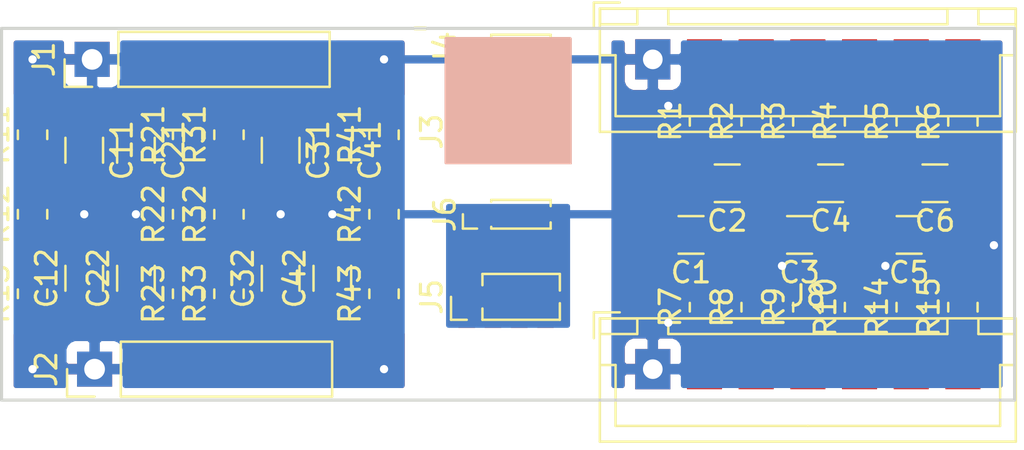
<source format=kicad_pcb>
(kicad_pcb (version 20171130) (host pcbnew 5.0.0)

  (general
    (thickness 1.6)
    (drawings 8)
    (tracks 142)
    (zones 0)
    (modules 46)
    (nets 44)
  )

  (page A4)
  (layers
    (0 F.Cu signal)
    (31 B.Cu signal)
    (33 F.Adhes user hide)
    (35 F.Paste user hide)
    (37 F.SilkS user hide)
    (38 B.Mask user)
    (39 F.Mask user)
    (44 Edge.Cuts user)
    (45 Margin user hide)
    (46 B.CrtYd user hide)
    (47 F.CrtYd user hide)
    (49 F.Fab user hide)
  )

  (setup
    (last_trace_width 0.4)
    (trace_clearance 0.3)
    (zone_clearance 0.508)
    (zone_45_only no)
    (trace_min 0.2)
    (segment_width 0.2)
    (edge_width 0.15)
    (via_size 0.8)
    (via_drill 0.4)
    (via_min_size 0.4)
    (via_min_drill 0.3)
    (uvia_size 0.6)
    (uvia_drill 0.3)
    (uvias_allowed no)
    (uvia_min_size 0.2)
    (uvia_min_drill 0.1)
    (pcb_text_width 0.3)
    (pcb_text_size 1.5 1.5)
    (mod_edge_width 0.15)
    (mod_text_size 1 1)
    (mod_text_width 0.15)
    (pad_size 3 0.8)
    (pad_drill 0)
    (pad_to_mask_clearance 0.2)
    (aux_axis_origin 0 0)
    (visible_elements FFFFEF7F)
    (pcbplotparams
      (layerselection 0x00040_7ffffffe)
      (usegerberextensions false)
      (usegerberattributes false)
      (usegerberadvancedattributes false)
      (creategerberjobfile false)
      (excludeedgelayer true)
      (linewidth 0.100000)
      (plotframeref false)
      (viasonmask false)
      (mode 1)
      (useauxorigin false)
      (hpglpennumber 1)
      (hpglpenspeed 20)
      (hpglpendiameter 15.000000)
      (psnegative false)
      (psa4output false)
      (plotreference true)
      (plotvalue true)
      (plotinvisibletext false)
      (padsonsilk false)
      (subtractmaskfromsilk false)
      (outputformat 1)
      (mirror false)
      (drillshape 0)
      (scaleselection 1)
      (outputdirectory ""))
  )

  (net 0 "")
  (net 1 "Net-(C1-Pad1)")
  (net 2 GND)
  (net 3 "Net-(C2-Pad1)")
  (net 4 "Net-(C3-Pad1)")
  (net 5 "Net-(C4-Pad1)")
  (net 6 "Net-(C5-Pad1)")
  (net 7 "Net-(C6-Pad1)")
  (net 8 "Net-(C11-Pad1)")
  (net 9 "Net-(C12-Pad1)")
  (net 10 "Net-(J3-Pad1)")
  (net 11 "Net-(J5-Pad1)")
  (net 12 "Net-(J2-Pad4)")
  (net 13 "Net-(J1-Pad2)")
  (net 14 "Net-(J2-Pad2)")
  (net 15 "Net-(J2-Pad3)")
  (net 16 "Net-(J1-Pad4)")
  (net 17 "Net-(J1-Pad3)")
  (net 18 "Net-(J2-Pad5)")
  (net 19 "Net-(J1-Pad5)")
  (net 20 "Net-(C41-Pad1)")
  (net 21 "Net-(C31-Pad1)")
  (net 22 "Net-(C21-Pad1)")
  (net 23 "Net-(C22-Pad1)")
  (net 24 "Net-(C32-Pad1)")
  (net 25 "Net-(C42-Pad1)")
  (net 26 "Net-(J3-Pad2)")
  (net 27 "Net-(J3-Pad3)")
  (net 28 "Net-(J3-Pad4)")
  (net 29 "Net-(J5-Pad4)")
  (net 30 "Net-(J5-Pad3)")
  (net 31 "Net-(J5-Pad2)")
  (net 32 "Net-(J7-Pad4)")
  (net 33 "Net-(J7-Pad2)")
  (net 34 "Net-(J8-Pad7)")
  (net 35 "Net-(J7-Pad7)")
  (net 36 "Net-(J7-Pad3)")
  (net 37 "Net-(J8-Pad6)")
  (net 38 "Net-(J7-Pad5)")
  (net 39 "Net-(J7-Pad6)")
  (net 40 "Net-(J8-Pad2)")
  (net 41 "Net-(J8-Pad3)")
  (net 42 "Net-(J8-Pad4)")
  (net 43 "Net-(J8-Pad5)")

  (net_class Default "This is the default net class."
    (clearance 0.3)
    (trace_width 0.4)
    (via_dia 0.8)
    (via_drill 0.4)
    (uvia_dia 0.6)
    (uvia_drill 0.3)
    (add_net GND)
    (add_net "Net-(C1-Pad1)")
    (add_net "Net-(C11-Pad1)")
    (add_net "Net-(C12-Pad1)")
    (add_net "Net-(C2-Pad1)")
    (add_net "Net-(C21-Pad1)")
    (add_net "Net-(C22-Pad1)")
    (add_net "Net-(C3-Pad1)")
    (add_net "Net-(C31-Pad1)")
    (add_net "Net-(C32-Pad1)")
    (add_net "Net-(C4-Pad1)")
    (add_net "Net-(C41-Pad1)")
    (add_net "Net-(C42-Pad1)")
    (add_net "Net-(C5-Pad1)")
    (add_net "Net-(C6-Pad1)")
    (add_net "Net-(J1-Pad2)")
    (add_net "Net-(J1-Pad3)")
    (add_net "Net-(J1-Pad4)")
    (add_net "Net-(J1-Pad5)")
    (add_net "Net-(J2-Pad2)")
    (add_net "Net-(J2-Pad3)")
    (add_net "Net-(J2-Pad4)")
    (add_net "Net-(J2-Pad5)")
    (add_net "Net-(J3-Pad1)")
    (add_net "Net-(J3-Pad2)")
    (add_net "Net-(J3-Pad3)")
    (add_net "Net-(J3-Pad4)")
    (add_net "Net-(J5-Pad1)")
    (add_net "Net-(J5-Pad2)")
    (add_net "Net-(J5-Pad3)")
    (add_net "Net-(J5-Pad4)")
    (add_net "Net-(J7-Pad2)")
    (add_net "Net-(J7-Pad3)")
    (add_net "Net-(J7-Pad4)")
    (add_net "Net-(J7-Pad5)")
    (add_net "Net-(J7-Pad6)")
    (add_net "Net-(J7-Pad7)")
    (add_net "Net-(J8-Pad2)")
    (add_net "Net-(J8-Pad3)")
    (add_net "Net-(J8-Pad4)")
    (add_net "Net-(J8-Pad5)")
    (add_net "Net-(J8-Pad6)")
    (add_net "Net-(J8-Pad7)")
  )

  (net_class GND ""
    (clearance 0.3)
    (trace_width 0.6)
    (via_dia 0.8)
    (via_drill 0.4)
    (uvia_dia 0.6)
    (uvia_drill 0.3)
  )

  (module Capacitor_SMD:C_1206_3216Metric (layer F.Cu) (tedit 5B20DC38) (tstamp 5BEFAC67)
    (at 76.6 33.5 180)
    (descr "Capacitor SMD 1206 (3216 Metric), square (rectangular) end terminal, IPC_7351 nominal, (Body size source: http://www.tortai-tech.com/upload/download/2011102023233369053.pdf), generated with kicad-footprint-generator")
    (tags capacitor)
    (path /5BDAEBFD)
    (attr smd)
    (fp_text reference C2 (at 0 -1.82 180) (layer F.SilkS)
      (effects (font (size 1 1) (thickness 0.15)))
    )
    (fp_text value C (at 0 1.82 180) (layer F.Fab)
      (effects (font (size 1 1) (thickness 0.15)))
    )
    (fp_text user %R (at 0 0 180) (layer F.Fab)
      (effects (font (size 0.8 0.8) (thickness 0.12)))
    )
    (fp_line (start 2.28 1.12) (end -2.28 1.12) (layer F.CrtYd) (width 0.05))
    (fp_line (start 2.28 -1.12) (end 2.28 1.12) (layer F.CrtYd) (width 0.05))
    (fp_line (start -2.28 -1.12) (end 2.28 -1.12) (layer F.CrtYd) (width 0.05))
    (fp_line (start -2.28 1.12) (end -2.28 -1.12) (layer F.CrtYd) (width 0.05))
    (fp_line (start -0.602064 0.91) (end 0.602064 0.91) (layer F.SilkS) (width 0.12))
    (fp_line (start -0.602064 -0.91) (end 0.602064 -0.91) (layer F.SilkS) (width 0.12))
    (fp_line (start 1.6 0.8) (end -1.6 0.8) (layer F.Fab) (width 0.1))
    (fp_line (start 1.6 -0.8) (end 1.6 0.8) (layer F.Fab) (width 0.1))
    (fp_line (start -1.6 -0.8) (end 1.6 -0.8) (layer F.Fab) (width 0.1))
    (fp_line (start -1.6 0.8) (end -1.6 -0.8) (layer F.Fab) (width 0.1))
    (pad 2 smd roundrect (at 1.4 0 180) (size 1.25 1.75) (layers F.Cu F.Paste F.Mask) (roundrect_rratio 0.2)
      (net 2 GND))
    (pad 1 smd roundrect (at -1.4 0 180) (size 1.25 1.75) (layers F.Cu F.Paste F.Mask) (roundrect_rratio 0.2)
      (net 3 "Net-(C2-Pad1)"))
    (model ${KISYS3DMOD}/Capacitor_SMD.3dshapes/C_1206_3216Metric.wrl
      (at (xyz 0 0 0))
      (scale (xyz 1 1 1))
      (rotate (xyz 0 0 0))
    )
  )

  (module Capacitor_SMD:C_1206_3216Metric (layer F.Cu) (tedit 5B20DC38) (tstamp 5BEFAC56)
    (at 74.85 36 180)
    (descr "Capacitor SMD 1206 (3216 Metric), square (rectangular) end terminal, IPC_7351 nominal, (Body size source: http://www.tortai-tech.com/upload/download/2011102023233369053.pdf), generated with kicad-footprint-generator")
    (tags capacitor)
    (path /5BDAEBD4)
    (attr smd)
    (fp_text reference C1 (at 0 -1.82 180) (layer F.SilkS)
      (effects (font (size 1 1) (thickness 0.15)))
    )
    (fp_text value C (at 0 1.82 180) (layer F.Fab)
      (effects (font (size 1 1) (thickness 0.15)))
    )
    (fp_line (start -1.6 0.8) (end -1.6 -0.8) (layer F.Fab) (width 0.1))
    (fp_line (start -1.6 -0.8) (end 1.6 -0.8) (layer F.Fab) (width 0.1))
    (fp_line (start 1.6 -0.8) (end 1.6 0.8) (layer F.Fab) (width 0.1))
    (fp_line (start 1.6 0.8) (end -1.6 0.8) (layer F.Fab) (width 0.1))
    (fp_line (start -0.602064 -0.91) (end 0.602064 -0.91) (layer F.SilkS) (width 0.12))
    (fp_line (start -0.602064 0.91) (end 0.602064 0.91) (layer F.SilkS) (width 0.12))
    (fp_line (start -2.28 1.12) (end -2.28 -1.12) (layer F.CrtYd) (width 0.05))
    (fp_line (start -2.28 -1.12) (end 2.28 -1.12) (layer F.CrtYd) (width 0.05))
    (fp_line (start 2.28 -1.12) (end 2.28 1.12) (layer F.CrtYd) (width 0.05))
    (fp_line (start 2.28 1.12) (end -2.28 1.12) (layer F.CrtYd) (width 0.05))
    (fp_text user %R (at 0 0 180) (layer F.Fab)
      (effects (font (size 0.8 0.8) (thickness 0.12)))
    )
    (pad 1 smd roundrect (at -1.4 0 180) (size 1.25 1.75) (layers F.Cu F.Paste F.Mask) (roundrect_rratio 0.2)
      (net 1 "Net-(C1-Pad1)"))
    (pad 2 smd roundrect (at 1.4 0 180) (size 1.25 1.75) (layers F.Cu F.Paste F.Mask) (roundrect_rratio 0.2)
      (net 2 GND))
    (model ${KISYS3DMOD}/Capacitor_SMD.3dshapes/C_1206_3216Metric.wrl
      (at (xyz 0 0 0))
      (scale (xyz 1 1 1))
      (rotate (xyz 0 0 0))
    )
  )

  (module Capacitor_SMD:C_1206_3216Metric (layer F.Cu) (tedit 5B20DC38) (tstamp 5BEFAC45)
    (at 80.1 36 180)
    (descr "Capacitor SMD 1206 (3216 Metric), square (rectangular) end terminal, IPC_7351 nominal, (Body size source: http://www.tortai-tech.com/upload/download/2011102023233369053.pdf), generated with kicad-footprint-generator")
    (tags capacitor)
    (path /5BDAEC26)
    (attr smd)
    (fp_text reference C3 (at 0 -1.82 180) (layer F.SilkS)
      (effects (font (size 1 1) (thickness 0.15)))
    )
    (fp_text value C (at 0 1.82 180) (layer F.Fab)
      (effects (font (size 1 1) (thickness 0.15)))
    )
    (fp_text user %R (at 0 0 180) (layer F.Fab)
      (effects (font (size 0.8 0.8) (thickness 0.12)))
    )
    (fp_line (start 2.28 1.12) (end -2.28 1.12) (layer F.CrtYd) (width 0.05))
    (fp_line (start 2.28 -1.12) (end 2.28 1.12) (layer F.CrtYd) (width 0.05))
    (fp_line (start -2.28 -1.12) (end 2.28 -1.12) (layer F.CrtYd) (width 0.05))
    (fp_line (start -2.28 1.12) (end -2.28 -1.12) (layer F.CrtYd) (width 0.05))
    (fp_line (start -0.602064 0.91) (end 0.602064 0.91) (layer F.SilkS) (width 0.12))
    (fp_line (start -0.602064 -0.91) (end 0.602064 -0.91) (layer F.SilkS) (width 0.12))
    (fp_line (start 1.6 0.8) (end -1.6 0.8) (layer F.Fab) (width 0.1))
    (fp_line (start 1.6 -0.8) (end 1.6 0.8) (layer F.Fab) (width 0.1))
    (fp_line (start -1.6 -0.8) (end 1.6 -0.8) (layer F.Fab) (width 0.1))
    (fp_line (start -1.6 0.8) (end -1.6 -0.8) (layer F.Fab) (width 0.1))
    (pad 2 smd roundrect (at 1.4 0 180) (size 1.25 1.75) (layers F.Cu F.Paste F.Mask) (roundrect_rratio 0.2)
      (net 2 GND))
    (pad 1 smd roundrect (at -1.4 0 180) (size 1.25 1.75) (layers F.Cu F.Paste F.Mask) (roundrect_rratio 0.2)
      (net 4 "Net-(C3-Pad1)"))
    (model ${KISYS3DMOD}/Capacitor_SMD.3dshapes/C_1206_3216Metric.wrl
      (at (xyz 0 0 0))
      (scale (xyz 1 1 1))
      (rotate (xyz 0 0 0))
    )
  )

  (module Capacitor_SMD:C_1206_3216Metric (layer F.Cu) (tedit 5B20DC38) (tstamp 5BEFAC34)
    (at 81.6 33.5 180)
    (descr "Capacitor SMD 1206 (3216 Metric), square (rectangular) end terminal, IPC_7351 nominal, (Body size source: http://www.tortai-tech.com/upload/download/2011102023233369053.pdf), generated with kicad-footprint-generator")
    (tags capacitor)
    (path /5BDAEC4F)
    (attr smd)
    (fp_text reference C4 (at 0 -1.82 180) (layer F.SilkS)
      (effects (font (size 1 1) (thickness 0.15)))
    )
    (fp_text value C (at 0 1.82 180) (layer F.Fab)
      (effects (font (size 1 1) (thickness 0.15)))
    )
    (fp_line (start -1.6 0.8) (end -1.6 -0.8) (layer F.Fab) (width 0.1))
    (fp_line (start -1.6 -0.8) (end 1.6 -0.8) (layer F.Fab) (width 0.1))
    (fp_line (start 1.6 -0.8) (end 1.6 0.8) (layer F.Fab) (width 0.1))
    (fp_line (start 1.6 0.8) (end -1.6 0.8) (layer F.Fab) (width 0.1))
    (fp_line (start -0.602064 -0.91) (end 0.602064 -0.91) (layer F.SilkS) (width 0.12))
    (fp_line (start -0.602064 0.91) (end 0.602064 0.91) (layer F.SilkS) (width 0.12))
    (fp_line (start -2.28 1.12) (end -2.28 -1.12) (layer F.CrtYd) (width 0.05))
    (fp_line (start -2.28 -1.12) (end 2.28 -1.12) (layer F.CrtYd) (width 0.05))
    (fp_line (start 2.28 -1.12) (end 2.28 1.12) (layer F.CrtYd) (width 0.05))
    (fp_line (start 2.28 1.12) (end -2.28 1.12) (layer F.CrtYd) (width 0.05))
    (fp_text user %R (at 0 0 180) (layer F.Fab)
      (effects (font (size 0.8 0.8) (thickness 0.12)))
    )
    (pad 1 smd roundrect (at -1.4 0 180) (size 1.25 1.75) (layers F.Cu F.Paste F.Mask) (roundrect_rratio 0.2)
      (net 5 "Net-(C4-Pad1)"))
    (pad 2 smd roundrect (at 1.4 0 180) (size 1.25 1.75) (layers F.Cu F.Paste F.Mask) (roundrect_rratio 0.2)
      (net 2 GND))
    (model ${KISYS3DMOD}/Capacitor_SMD.3dshapes/C_1206_3216Metric.wrl
      (at (xyz 0 0 0))
      (scale (xyz 1 1 1))
      (rotate (xyz 0 0 0))
    )
  )

  (module Capacitor_SMD:C_1206_3216Metric (layer F.Cu) (tedit 5B20DC38) (tstamp 5BEFAC23)
    (at 85.4 36 180)
    (descr "Capacitor SMD 1206 (3216 Metric), square (rectangular) end terminal, IPC_7351 nominal, (Body size source: http://www.tortai-tech.com/upload/download/2011102023233369053.pdf), generated with kicad-footprint-generator")
    (tags capacitor)
    (path /5BDBE2FC)
    (attr smd)
    (fp_text reference C5 (at 0 -1.82 180) (layer F.SilkS)
      (effects (font (size 1 1) (thickness 0.15)))
    )
    (fp_text value C (at 0 1.82 180) (layer F.Fab)
      (effects (font (size 1 1) (thickness 0.15)))
    )
    (fp_text user %R (at 0 0 180) (layer F.Fab)
      (effects (font (size 0.8 0.8) (thickness 0.12)))
    )
    (fp_line (start 2.28 1.12) (end -2.28 1.12) (layer F.CrtYd) (width 0.05))
    (fp_line (start 2.28 -1.12) (end 2.28 1.12) (layer F.CrtYd) (width 0.05))
    (fp_line (start -2.28 -1.12) (end 2.28 -1.12) (layer F.CrtYd) (width 0.05))
    (fp_line (start -2.28 1.12) (end -2.28 -1.12) (layer F.CrtYd) (width 0.05))
    (fp_line (start -0.602064 0.91) (end 0.602064 0.91) (layer F.SilkS) (width 0.12))
    (fp_line (start -0.602064 -0.91) (end 0.602064 -0.91) (layer F.SilkS) (width 0.12))
    (fp_line (start 1.6 0.8) (end -1.6 0.8) (layer F.Fab) (width 0.1))
    (fp_line (start 1.6 -0.8) (end 1.6 0.8) (layer F.Fab) (width 0.1))
    (fp_line (start -1.6 -0.8) (end 1.6 -0.8) (layer F.Fab) (width 0.1))
    (fp_line (start -1.6 0.8) (end -1.6 -0.8) (layer F.Fab) (width 0.1))
    (pad 2 smd roundrect (at 1.4 0 180) (size 1.25 1.75) (layers F.Cu F.Paste F.Mask) (roundrect_rratio 0.2)
      (net 2 GND))
    (pad 1 smd roundrect (at -1.4 0 180) (size 1.25 1.75) (layers F.Cu F.Paste F.Mask) (roundrect_rratio 0.2)
      (net 6 "Net-(C5-Pad1)"))
    (model ${KISYS3DMOD}/Capacitor_SMD.3dshapes/C_1206_3216Metric.wrl
      (at (xyz 0 0 0))
      (scale (xyz 1 1 1))
      (rotate (xyz 0 0 0))
    )
  )

  (module Capacitor_SMD:C_1206_3216Metric (layer F.Cu) (tedit 5B20DC38) (tstamp 5BEFAC12)
    (at 86.65 33.5 180)
    (descr "Capacitor SMD 1206 (3216 Metric), square (rectangular) end terminal, IPC_7351 nominal, (Body size source: http://www.tortai-tech.com/upload/download/2011102023233369053.pdf), generated with kicad-footprint-generator")
    (tags capacitor)
    (path /5BDBF17D)
    (attr smd)
    (fp_text reference C6 (at 0 -1.82 180) (layer F.SilkS)
      (effects (font (size 1 1) (thickness 0.15)))
    )
    (fp_text value C (at 0 1.82 180) (layer F.Fab)
      (effects (font (size 1 1) (thickness 0.15)))
    )
    (fp_line (start -1.6 0.8) (end -1.6 -0.8) (layer F.Fab) (width 0.1))
    (fp_line (start -1.6 -0.8) (end 1.6 -0.8) (layer F.Fab) (width 0.1))
    (fp_line (start 1.6 -0.8) (end 1.6 0.8) (layer F.Fab) (width 0.1))
    (fp_line (start 1.6 0.8) (end -1.6 0.8) (layer F.Fab) (width 0.1))
    (fp_line (start -0.602064 -0.91) (end 0.602064 -0.91) (layer F.SilkS) (width 0.12))
    (fp_line (start -0.602064 0.91) (end 0.602064 0.91) (layer F.SilkS) (width 0.12))
    (fp_line (start -2.28 1.12) (end -2.28 -1.12) (layer F.CrtYd) (width 0.05))
    (fp_line (start -2.28 -1.12) (end 2.28 -1.12) (layer F.CrtYd) (width 0.05))
    (fp_line (start 2.28 -1.12) (end 2.28 1.12) (layer F.CrtYd) (width 0.05))
    (fp_line (start 2.28 1.12) (end -2.28 1.12) (layer F.CrtYd) (width 0.05))
    (fp_text user %R (at 0 0 180) (layer F.Fab)
      (effects (font (size 0.8 0.8) (thickness 0.12)))
    )
    (pad 1 smd roundrect (at -1.4 0 180) (size 1.25 1.75) (layers F.Cu F.Paste F.Mask) (roundrect_rratio 0.2)
      (net 7 "Net-(C6-Pad1)"))
    (pad 2 smd roundrect (at 1.4 0 180) (size 1.25 1.75) (layers F.Cu F.Paste F.Mask) (roundrect_rratio 0.2)
      (net 2 GND))
    (model ${KISYS3DMOD}/Capacitor_SMD.3dshapes/C_1206_3216Metric.wrl
      (at (xyz 0 0 0))
      (scale (xyz 1 1 1))
      (rotate (xyz 0 0 0))
    )
  )

  (module Connector_JST:JST_XH_B07B-XH-A_1x07_P2.50mm_Vertical (layer F.Cu) (tedit 5BDACC0A) (tstamp 5BEFAB01)
    (at 73 27.5)
    (descr "JST XH series connector, B07B-XH-A (http://www.jst-mfg.com/product/pdf/eng/eXH.pdf), generated with kicad-footprint-generator")
    (tags "connector JST XH side entry")
    (path /5BDC27C6)
    (fp_text reference J7 (at 7.5 -3.55) (layer F.SilkS)
      (effects (font (size 1 1) (thickness 0.15)))
    )
    (fp_text value Conn_01x07_Male (at 7.5 4.6) (layer F.Fab)
      (effects (font (size 1 1) (thickness 0.15)))
    )
    (fp_text user %R (at 7.5 2.7) (layer F.Fab)
      (effects (font (size 1 1) (thickness 0.15)))
    )
    (fp_line (start -2.85 -2.75) (end -2.85 -1.5) (layer F.SilkS) (width 0.12))
    (fp_line (start -1.6 -2.75) (end -2.85 -2.75) (layer F.SilkS) (width 0.12))
    (fp_line (start 16.8 2.75) (end 7.5 2.75) (layer F.SilkS) (width 0.12))
    (fp_line (start 16.8 -0.2) (end 16.8 2.75) (layer F.SilkS) (width 0.12))
    (fp_line (start 17.55 -0.2) (end 16.8 -0.2) (layer F.SilkS) (width 0.12))
    (fp_line (start -1.8 2.75) (end 7.5 2.75) (layer F.SilkS) (width 0.12))
    (fp_line (start -1.8 -0.2) (end -1.8 2.75) (layer F.SilkS) (width 0.12))
    (fp_line (start -2.55 -0.2) (end -1.8 -0.2) (layer F.SilkS) (width 0.12))
    (fp_line (start 17.55 -2.45) (end 15.75 -2.45) (layer F.SilkS) (width 0.12))
    (fp_line (start 17.55 -1.7) (end 17.55 -2.45) (layer F.SilkS) (width 0.12))
    (fp_line (start 15.75 -1.7) (end 17.55 -1.7) (layer F.SilkS) (width 0.12))
    (fp_line (start 15.75 -2.45) (end 15.75 -1.7) (layer F.SilkS) (width 0.12))
    (fp_line (start -0.75 -2.45) (end -2.55 -2.45) (layer F.SilkS) (width 0.12))
    (fp_line (start -0.75 -1.7) (end -0.75 -2.45) (layer F.SilkS) (width 0.12))
    (fp_line (start -2.55 -1.7) (end -0.75 -1.7) (layer F.SilkS) (width 0.12))
    (fp_line (start -2.55 -2.45) (end -2.55 -1.7) (layer F.SilkS) (width 0.12))
    (fp_line (start 14.25 -2.45) (end 0.75 -2.45) (layer F.SilkS) (width 0.12))
    (fp_line (start 14.25 -1.7) (end 14.25 -2.45) (layer F.SilkS) (width 0.12))
    (fp_line (start 0.75 -1.7) (end 14.25 -1.7) (layer F.SilkS) (width 0.12))
    (fp_line (start 0.75 -2.45) (end 0.75 -1.7) (layer F.SilkS) (width 0.12))
    (fp_line (start 0 -1.35) (end 0.625 -2.35) (layer F.Fab) (width 0.1))
    (fp_line (start -0.625 -2.35) (end 0 -1.35) (layer F.Fab) (width 0.1))
    (fp_line (start 17.95 -2.85) (end -2.95 -2.85) (layer F.CrtYd) (width 0.05))
    (fp_line (start 17.95 3.9) (end 17.95 -2.85) (layer F.CrtYd) (width 0.05))
    (fp_line (start -2.95 3.9) (end 17.95 3.9) (layer F.CrtYd) (width 0.05))
    (fp_line (start -2.95 -2.85) (end -2.95 3.9) (layer F.CrtYd) (width 0.05))
    (fp_line (start 17.56 -2.46) (end -2.56 -2.46) (layer F.SilkS) (width 0.12))
    (fp_line (start 17.56 3.51) (end 17.56 -2.46) (layer F.SilkS) (width 0.12))
    (fp_line (start -2.56 3.51) (end 17.56 3.51) (layer F.SilkS) (width 0.12))
    (fp_line (start -2.56 -2.46) (end -2.56 3.51) (layer F.SilkS) (width 0.12))
    (fp_line (start 17.45 -2.35) (end -2.45 -2.35) (layer F.Fab) (width 0.1))
    (fp_line (start 17.45 3.4) (end 17.45 -2.35) (layer F.Fab) (width 0.1))
    (fp_line (start -2.45 3.4) (end 17.45 3.4) (layer F.Fab) (width 0.1))
    (fp_line (start -2.45 -2.35) (end -2.45 3.4) (layer F.Fab) (width 0.1))
    (pad 7 smd rect (at 15 0) (size 1.7 1.95) (layers F.Cu F.Paste F.Mask)
      (net 35 "Net-(J7-Pad7)"))
    (pad 6 smd rect (at 12.5 0) (size 1.7 1.95) (layers F.Cu F.Paste F.Mask)
      (net 39 "Net-(J7-Pad6)"))
    (pad 5 smd rect (at 10 0) (size 1.7 1.95) (layers F.Cu F.Paste F.Mask)
      (net 38 "Net-(J7-Pad5)"))
    (pad 4 smd rect (at 7.5 0) (size 1.7 1.95) (layers F.Cu F.Paste F.Mask)
      (net 32 "Net-(J7-Pad4)"))
    (pad 3 smd rect (at 5 0) (size 1.7 1.95) (layers F.Cu F.Paste F.Mask)
      (net 36 "Net-(J7-Pad3)"))
    (pad 2 smd rect (at 2.5 0) (size 1.7 1.95) (layers F.Cu F.Paste F.Mask)
      (net 33 "Net-(J7-Pad2)"))
    (pad 1 thru_hole rect (at 0 0) (size 1.7 1.95) (drill 0.95) (layers *.Cu *.Mask)
      (net 2 GND))
    (model ${KISYS3DMOD}/Connector_JST.3dshapes/JST_XH_B07B-XH-A_1x07_P2.50mm_Vertical.wrl
      (at (xyz 0 0 0))
      (scale (xyz 1 1 1))
      (rotate (xyz 0 0 0))
    )
  )

  (module Connector_JST:JST_XH_B07B-XH-A_1x07_P2.50mm_Vertical (layer F.Cu) (tedit 5BDACC26) (tstamp 5BEFAAD3)
    (at 73 42.5)
    (descr "JST XH series connector, B07B-XH-A (http://www.jst-mfg.com/product/pdf/eng/eXH.pdf), generated with kicad-footprint-generator")
    (tags "connector JST XH side entry")
    (path /5BDC3131)
    (fp_text reference J8 (at 7.5 -3.55) (layer F.SilkS)
      (effects (font (size 1 1) (thickness 0.15)))
    )
    (fp_text value Conn_01x07_Male (at 7.5 4.6) (layer F.Fab)
      (effects (font (size 1 1) (thickness 0.15)))
    )
    (fp_line (start -2.45 -2.35) (end -2.45 3.4) (layer F.Fab) (width 0.1))
    (fp_line (start -2.45 3.4) (end 17.45 3.4) (layer F.Fab) (width 0.1))
    (fp_line (start 17.45 3.4) (end 17.45 -2.35) (layer F.Fab) (width 0.1))
    (fp_line (start 17.45 -2.35) (end -2.45 -2.35) (layer F.Fab) (width 0.1))
    (fp_line (start -2.56 -2.46) (end -2.56 3.51) (layer F.SilkS) (width 0.12))
    (fp_line (start -2.56 3.51) (end 17.56 3.51) (layer F.SilkS) (width 0.12))
    (fp_line (start 17.56 3.51) (end 17.56 -2.46) (layer F.SilkS) (width 0.12))
    (fp_line (start 17.56 -2.46) (end -2.56 -2.46) (layer F.SilkS) (width 0.12))
    (fp_line (start -2.95 -2.85) (end -2.95 3.9) (layer F.CrtYd) (width 0.05))
    (fp_line (start -2.95 3.9) (end 17.95 3.9) (layer F.CrtYd) (width 0.05))
    (fp_line (start 17.95 3.9) (end 17.95 -2.85) (layer F.CrtYd) (width 0.05))
    (fp_line (start 17.95 -2.85) (end -2.95 -2.85) (layer F.CrtYd) (width 0.05))
    (fp_line (start -0.625 -2.35) (end 0 -1.35) (layer F.Fab) (width 0.1))
    (fp_line (start 0 -1.35) (end 0.625 -2.35) (layer F.Fab) (width 0.1))
    (fp_line (start 0.75 -2.45) (end 0.75 -1.7) (layer F.SilkS) (width 0.12))
    (fp_line (start 0.75 -1.7) (end 14.25 -1.7) (layer F.SilkS) (width 0.12))
    (fp_line (start 14.25 -1.7) (end 14.25 -2.45) (layer F.SilkS) (width 0.12))
    (fp_line (start 14.25 -2.45) (end 0.75 -2.45) (layer F.SilkS) (width 0.12))
    (fp_line (start -2.55 -2.45) (end -2.55 -1.7) (layer F.SilkS) (width 0.12))
    (fp_line (start -2.55 -1.7) (end -0.75 -1.7) (layer F.SilkS) (width 0.12))
    (fp_line (start -0.75 -1.7) (end -0.75 -2.45) (layer F.SilkS) (width 0.12))
    (fp_line (start -0.75 -2.45) (end -2.55 -2.45) (layer F.SilkS) (width 0.12))
    (fp_line (start 15.75 -2.45) (end 15.75 -1.7) (layer F.SilkS) (width 0.12))
    (fp_line (start 15.75 -1.7) (end 17.55 -1.7) (layer F.SilkS) (width 0.12))
    (fp_line (start 17.55 -1.7) (end 17.55 -2.45) (layer F.SilkS) (width 0.12))
    (fp_line (start 17.55 -2.45) (end 15.75 -2.45) (layer F.SilkS) (width 0.12))
    (fp_line (start -2.55 -0.2) (end -1.8 -0.2) (layer F.SilkS) (width 0.12))
    (fp_line (start -1.8 -0.2) (end -1.8 2.75) (layer F.SilkS) (width 0.12))
    (fp_line (start -1.8 2.75) (end 7.5 2.75) (layer F.SilkS) (width 0.12))
    (fp_line (start 17.55 -0.2) (end 16.8 -0.2) (layer F.SilkS) (width 0.12))
    (fp_line (start 16.8 -0.2) (end 16.8 2.75) (layer F.SilkS) (width 0.12))
    (fp_line (start 16.8 2.75) (end 7.5 2.75) (layer F.SilkS) (width 0.12))
    (fp_line (start -1.6 -2.75) (end -2.85 -2.75) (layer F.SilkS) (width 0.12))
    (fp_line (start -2.85 -2.75) (end -2.85 -1.5) (layer F.SilkS) (width 0.12))
    (fp_text user %R (at 7.5 2.7) (layer F.Fab)
      (effects (font (size 1 1) (thickness 0.15)))
    )
    (pad 1 thru_hole rect (at 0 0) (size 1.7 1.95) (drill 0.95) (layers *.Cu *.Mask)
      (net 2 GND))
    (pad 2 smd rect (at 2.5 0) (size 1.7 1.95) (layers F.Cu F.Paste F.Mask)
      (net 40 "Net-(J8-Pad2)"))
    (pad 3 smd rect (at 5 0) (size 1.7 1.95) (layers F.Cu F.Paste F.Mask)
      (net 41 "Net-(J8-Pad3)"))
    (pad 4 smd rect (at 7.5 0) (size 1.7 1.95) (layers F.Cu F.Paste F.Mask)
      (net 42 "Net-(J8-Pad4)"))
    (pad 5 smd rect (at 10 0) (size 1.7 1.95) (layers F.Cu F.Paste F.Mask)
      (net 43 "Net-(J8-Pad5)"))
    (pad 6 smd rect (at 12.5 0) (size 1.7 1.95) (layers F.Cu F.Paste F.Mask)
      (net 37 "Net-(J8-Pad6)"))
    (pad 7 smd rect (at 15 0) (size 1.7 1.95) (layers F.Cu F.Paste F.Mask)
      (net 34 "Net-(J8-Pad7)"))
    (model ${KISYS3DMOD}/Connector_JST.3dshapes/JST_XH_B07B-XH-A_1x07_P2.50mm_Vertical.wrl
      (at (xyz 0 0 0))
      (scale (xyz 1 1 1))
      (rotate (xyz 0 0 0))
    )
  )

  (module Connector_PinHeader_1.27mm:PinHeader_1x04_P1.27mm_Vertical (layer F.Cu) (tedit 5BDAED22) (tstamp 5BEFAA1B)
    (at 64 39 90)
    (descr "Through hole straight pin header, 1x04, 1.27mm pitch, single row")
    (tags "Through hole pin header THT 1x04 1.27mm single row")
    (path /5BD9BEE8)
    (fp_text reference J5 (at 0 -1.695 90) (layer F.SilkS)
      (effects (font (size 1 1) (thickness 0.15)))
    )
    (fp_text value Conn_01x04_Male (at 0 5.505 90) (layer F.Fab)
      (effects (font (size 1 1) (thickness 0.15)))
    )
    (fp_line (start -0.525 -0.635) (end 1.05 -0.635) (layer F.Fab) (width 0.1))
    (fp_line (start 1.05 -0.635) (end 1.05 4.445) (layer F.Fab) (width 0.1))
    (fp_line (start 1.05 4.445) (end -1.05 4.445) (layer F.Fab) (width 0.1))
    (fp_line (start -1.05 4.445) (end -1.05 -0.11) (layer F.Fab) (width 0.1))
    (fp_line (start -1.05 -0.11) (end -0.525 -0.635) (layer F.Fab) (width 0.1))
    (fp_line (start -1.11 4.505) (end -0.30753 4.505) (layer F.SilkS) (width 0.12))
    (fp_line (start 0.30753 4.505) (end 1.11 4.505) (layer F.SilkS) (width 0.12))
    (fp_line (start -1.11 0.76) (end -1.11 4.505) (layer F.SilkS) (width 0.12))
    (fp_line (start 1.11 0.76) (end 1.11 4.505) (layer F.SilkS) (width 0.12))
    (fp_line (start -1.11 0.76) (end -0.563471 0.76) (layer F.SilkS) (width 0.12))
    (fp_line (start 0.563471 0.76) (end 1.11 0.76) (layer F.SilkS) (width 0.12))
    (fp_line (start -1.11 0) (end -1.11 -0.76) (layer F.SilkS) (width 0.12))
    (fp_line (start -1.11 -0.76) (end 0 -0.76) (layer F.SilkS) (width 0.12))
    (fp_line (start -1.55 -1.15) (end -1.55 4.95) (layer F.CrtYd) (width 0.05))
    (fp_line (start -1.55 4.95) (end 1.55 4.95) (layer F.CrtYd) (width 0.05))
    (fp_line (start 1.55 4.95) (end 1.55 -1.15) (layer F.CrtYd) (width 0.05))
    (fp_line (start 1.55 -1.15) (end -1.55 -1.15) (layer F.CrtYd) (width 0.05))
    (fp_text user %R (at 0 1.905 180) (layer F.Fab)
      (effects (font (size 1 1) (thickness 0.15)))
    )
    (pad 1 smd trapezoid (at 0 0 90) (size 3 0.8) (layers F.Cu F.Paste F.Mask)
      (net 11 "Net-(J5-Pad1)"))
    (pad 2 smd rect (at 0 1.27 90) (size 3 0.8) (layers F.Cu F.Paste F.Mask)
      (net 31 "Net-(J5-Pad2)"))
    (pad 3 smd rect (at 0 2.54 90) (size 3 0.8) (layers F.Cu F.Paste F.Mask)
      (net 30 "Net-(J5-Pad3)"))
    (pad 4 smd rect (at 0 3.81 90) (size 3 0.8) (layers F.Cu F.Paste F.Mask)
      (net 29 "Net-(J5-Pad4)"))
    (model ${KISYS3DMOD}/Connector_PinHeader_1.27mm.3dshapes/PinHeader_1x04_P1.27mm_Vertical.wrl
      (at (xyz 0 0 0))
      (scale (xyz 1 1 1))
      (rotate (xyz 0 0 0))
    )
  )

  (module Resistor_SMD:R_0805_2012Metric (layer F.Cu) (tedit 5B20DC38) (tstamp 5BEFA95A)
    (at 83 39.5 90)
    (descr "Resistor SMD 0805 (2012 Metric), square (rectangular) end terminal, IPC_7351 nominal, (Body size source: http://www.tortai-tech.com/upload/download/2011102023233369053.pdf), generated with kicad-footprint-generator")
    (tags resistor)
    (path /5BDAECB2)
    (attr smd)
    (fp_text reference R10 (at 0 -1.65 90) (layer F.SilkS)
      (effects (font (size 1 1) (thickness 0.15)))
    )
    (fp_text value R (at 0 1.65 90) (layer F.Fab)
      (effects (font (size 1 1) (thickness 0.15)))
    )
    (fp_text user %R (at 0 0 90) (layer F.Fab)
      (effects (font (size 0.5 0.5) (thickness 0.08)))
    )
    (fp_line (start 1.68 0.95) (end -1.68 0.95) (layer F.CrtYd) (width 0.05))
    (fp_line (start 1.68 -0.95) (end 1.68 0.95) (layer F.CrtYd) (width 0.05))
    (fp_line (start -1.68 -0.95) (end 1.68 -0.95) (layer F.CrtYd) (width 0.05))
    (fp_line (start -1.68 0.95) (end -1.68 -0.95) (layer F.CrtYd) (width 0.05))
    (fp_line (start -0.207983 0.71) (end 0.207983 0.71) (layer F.SilkS) (width 0.12))
    (fp_line (start -0.207983 -0.71) (end 0.207983 -0.71) (layer F.SilkS) (width 0.12))
    (fp_line (start 1 0.6) (end -1 0.6) (layer F.Fab) (width 0.1))
    (fp_line (start 1 -0.6) (end 1 0.6) (layer F.Fab) (width 0.1))
    (fp_line (start -1 -0.6) (end 1 -0.6) (layer F.Fab) (width 0.1))
    (fp_line (start -1 0.6) (end -1 -0.6) (layer F.Fab) (width 0.1))
    (pad 2 smd roundrect (at 0.85 0 90) (size 1.15 1.4) (layers F.Cu F.Paste F.Mask) (roundrect_rratio 0.217391)
      (net 5 "Net-(C4-Pad1)"))
    (pad 1 smd roundrect (at -0.85 0 90) (size 1.15 1.4) (layers F.Cu F.Paste F.Mask) (roundrect_rratio 0.217391)
      (net 43 "Net-(J8-Pad5)"))
    (model ${KISYS3DMOD}/Resistor_SMD.3dshapes/R_0805_2012Metric.wrl
      (at (xyz 0 0 0))
      (scale (xyz 1 1 1))
      (rotate (xyz 0 0 0))
    )
  )

  (module Resistor_SMD:R_0805_2012Metric (layer F.Cu) (tedit 5B20DC38) (tstamp 5BEFA949)
    (at 80.5 39.5 90)
    (descr "Resistor SMD 0805 (2012 Metric), square (rectangular) end terminal, IPC_7351 nominal, (Body size source: http://www.tortai-tech.com/upload/download/2011102023233369053.pdf), generated with kicad-footprint-generator")
    (tags resistor)
    (path /5BDAECAB)
    (attr smd)
    (fp_text reference R9 (at 0 -1.65 90) (layer F.SilkS)
      (effects (font (size 1 1) (thickness 0.15)))
    )
    (fp_text value R (at 0 1.65 90) (layer F.Fab)
      (effects (font (size 1 1) (thickness 0.15)))
    )
    (fp_line (start -1 0.6) (end -1 -0.6) (layer F.Fab) (width 0.1))
    (fp_line (start -1 -0.6) (end 1 -0.6) (layer F.Fab) (width 0.1))
    (fp_line (start 1 -0.6) (end 1 0.6) (layer F.Fab) (width 0.1))
    (fp_line (start 1 0.6) (end -1 0.6) (layer F.Fab) (width 0.1))
    (fp_line (start -0.207983 -0.71) (end 0.207983 -0.71) (layer F.SilkS) (width 0.12))
    (fp_line (start -0.207983 0.71) (end 0.207983 0.71) (layer F.SilkS) (width 0.12))
    (fp_line (start -1.68 0.95) (end -1.68 -0.95) (layer F.CrtYd) (width 0.05))
    (fp_line (start -1.68 -0.95) (end 1.68 -0.95) (layer F.CrtYd) (width 0.05))
    (fp_line (start 1.68 -0.95) (end 1.68 0.95) (layer F.CrtYd) (width 0.05))
    (fp_line (start 1.68 0.95) (end -1.68 0.95) (layer F.CrtYd) (width 0.05))
    (fp_text user %R (at 0 0 90) (layer F.Fab)
      (effects (font (size 0.5 0.5) (thickness 0.08)))
    )
    (pad 1 smd roundrect (at -0.85 0 90) (size 1.15 1.4) (layers F.Cu F.Paste F.Mask) (roundrect_rratio 0.217391)
      (net 42 "Net-(J8-Pad4)"))
    (pad 2 smd roundrect (at 0.85 0 90) (size 1.15 1.4) (layers F.Cu F.Paste F.Mask) (roundrect_rratio 0.217391)
      (net 4 "Net-(C3-Pad1)"))
    (model ${KISYS3DMOD}/Resistor_SMD.3dshapes/R_0805_2012Metric.wrl
      (at (xyz 0 0 0))
      (scale (xyz 1 1 1))
      (rotate (xyz 0 0 0))
    )
  )

  (module Resistor_SMD:R_0805_2012Metric (layer F.Cu) (tedit 5B20DC38) (tstamp 5BEFA938)
    (at 78 39.5 90)
    (descr "Resistor SMD 0805 (2012 Metric), square (rectangular) end terminal, IPC_7351 nominal, (Body size source: http://www.tortai-tech.com/upload/download/2011102023233369053.pdf), generated with kicad-footprint-generator")
    (tags resistor)
    (path /5BDAECA4)
    (attr smd)
    (fp_text reference R8 (at 0 -1.65 90) (layer F.SilkS)
      (effects (font (size 1 1) (thickness 0.15)))
    )
    (fp_text value R (at 0 1.65 90) (layer F.Fab)
      (effects (font (size 1 1) (thickness 0.15)))
    )
    (fp_text user %R (at 0 0 90) (layer F.Fab)
      (effects (font (size 0.5 0.5) (thickness 0.08)))
    )
    (fp_line (start 1.68 0.95) (end -1.68 0.95) (layer F.CrtYd) (width 0.05))
    (fp_line (start 1.68 -0.95) (end 1.68 0.95) (layer F.CrtYd) (width 0.05))
    (fp_line (start -1.68 -0.95) (end 1.68 -0.95) (layer F.CrtYd) (width 0.05))
    (fp_line (start -1.68 0.95) (end -1.68 -0.95) (layer F.CrtYd) (width 0.05))
    (fp_line (start -0.207983 0.71) (end 0.207983 0.71) (layer F.SilkS) (width 0.12))
    (fp_line (start -0.207983 -0.71) (end 0.207983 -0.71) (layer F.SilkS) (width 0.12))
    (fp_line (start 1 0.6) (end -1 0.6) (layer F.Fab) (width 0.1))
    (fp_line (start 1 -0.6) (end 1 0.6) (layer F.Fab) (width 0.1))
    (fp_line (start -1 -0.6) (end 1 -0.6) (layer F.Fab) (width 0.1))
    (fp_line (start -1 0.6) (end -1 -0.6) (layer F.Fab) (width 0.1))
    (pad 2 smd roundrect (at 0.85 0 90) (size 1.15 1.4) (layers F.Cu F.Paste F.Mask) (roundrect_rratio 0.217391)
      (net 3 "Net-(C2-Pad1)"))
    (pad 1 smd roundrect (at -0.85 0 90) (size 1.15 1.4) (layers F.Cu F.Paste F.Mask) (roundrect_rratio 0.217391)
      (net 41 "Net-(J8-Pad3)"))
    (model ${KISYS3DMOD}/Resistor_SMD.3dshapes/R_0805_2012Metric.wrl
      (at (xyz 0 0 0))
      (scale (xyz 1 1 1))
      (rotate (xyz 0 0 0))
    )
  )

  (module Resistor_SMD:R_0805_2012Metric (layer F.Cu) (tedit 5B20DC38) (tstamp 5BEFA927)
    (at 75.5 39.5 90)
    (descr "Resistor SMD 0805 (2012 Metric), square (rectangular) end terminal, IPC_7351 nominal, (Body size source: http://www.tortai-tech.com/upload/download/2011102023233369053.pdf), generated with kicad-footprint-generator")
    (tags resistor)
    (path /5BDAEC9D)
    (attr smd)
    (fp_text reference R7 (at 0 -1.65 90) (layer F.SilkS)
      (effects (font (size 1 1) (thickness 0.15)))
    )
    (fp_text value R (at 0 1.65 90) (layer F.Fab)
      (effects (font (size 1 1) (thickness 0.15)))
    )
    (fp_line (start -1 0.6) (end -1 -0.6) (layer F.Fab) (width 0.1))
    (fp_line (start -1 -0.6) (end 1 -0.6) (layer F.Fab) (width 0.1))
    (fp_line (start 1 -0.6) (end 1 0.6) (layer F.Fab) (width 0.1))
    (fp_line (start 1 0.6) (end -1 0.6) (layer F.Fab) (width 0.1))
    (fp_line (start -0.207983 -0.71) (end 0.207983 -0.71) (layer F.SilkS) (width 0.12))
    (fp_line (start -0.207983 0.71) (end 0.207983 0.71) (layer F.SilkS) (width 0.12))
    (fp_line (start -1.68 0.95) (end -1.68 -0.95) (layer F.CrtYd) (width 0.05))
    (fp_line (start -1.68 -0.95) (end 1.68 -0.95) (layer F.CrtYd) (width 0.05))
    (fp_line (start 1.68 -0.95) (end 1.68 0.95) (layer F.CrtYd) (width 0.05))
    (fp_line (start 1.68 0.95) (end -1.68 0.95) (layer F.CrtYd) (width 0.05))
    (fp_text user %R (at 0 0 90) (layer F.Fab)
      (effects (font (size 0.5 0.5) (thickness 0.08)))
    )
    (pad 1 smd roundrect (at -0.85 0 90) (size 1.15 1.4) (layers F.Cu F.Paste F.Mask) (roundrect_rratio 0.217391)
      (net 40 "Net-(J8-Pad2)"))
    (pad 2 smd roundrect (at 0.85 0 90) (size 1.15 1.4) (layers F.Cu F.Paste F.Mask) (roundrect_rratio 0.217391)
      (net 1 "Net-(C1-Pad1)"))
    (model ${KISYS3DMOD}/Resistor_SMD.3dshapes/R_0805_2012Metric.wrl
      (at (xyz 0 0 0))
      (scale (xyz 1 1 1))
      (rotate (xyz 0 0 0))
    )
  )

  (module Resistor_SMD:R_0805_2012Metric (layer F.Cu) (tedit 5B20DC38) (tstamp 5BEFA916)
    (at 85.5 30.5 90)
    (descr "Resistor SMD 0805 (2012 Metric), square (rectangular) end terminal, IPC_7351 nominal, (Body size source: http://www.tortai-tech.com/upload/download/2011102023233369053.pdf), generated with kicad-footprint-generator")
    (tags resistor)
    (path /5BDBE2F5)
    (attr smd)
    (fp_text reference R5 (at 0 -1.65 90) (layer F.SilkS)
      (effects (font (size 1 1) (thickness 0.15)))
    )
    (fp_text value R (at 0 1.65 90) (layer F.Fab)
      (effects (font (size 1 1) (thickness 0.15)))
    )
    (fp_text user %R (at 0 0 90) (layer F.Fab)
      (effects (font (size 0.5 0.5) (thickness 0.08)))
    )
    (fp_line (start 1.68 0.95) (end -1.68 0.95) (layer F.CrtYd) (width 0.05))
    (fp_line (start 1.68 -0.95) (end 1.68 0.95) (layer F.CrtYd) (width 0.05))
    (fp_line (start -1.68 -0.95) (end 1.68 -0.95) (layer F.CrtYd) (width 0.05))
    (fp_line (start -1.68 0.95) (end -1.68 -0.95) (layer F.CrtYd) (width 0.05))
    (fp_line (start -0.207983 0.71) (end 0.207983 0.71) (layer F.SilkS) (width 0.12))
    (fp_line (start -0.207983 -0.71) (end 0.207983 -0.71) (layer F.SilkS) (width 0.12))
    (fp_line (start 1 0.6) (end -1 0.6) (layer F.Fab) (width 0.1))
    (fp_line (start 1 -0.6) (end 1 0.6) (layer F.Fab) (width 0.1))
    (fp_line (start -1 -0.6) (end 1 -0.6) (layer F.Fab) (width 0.1))
    (fp_line (start -1 0.6) (end -1 -0.6) (layer F.Fab) (width 0.1))
    (pad 2 smd roundrect (at 0.85 0 90) (size 1.15 1.4) (layers F.Cu F.Paste F.Mask) (roundrect_rratio 0.217391)
      (net 39 "Net-(J7-Pad6)"))
    (pad 1 smd roundrect (at -0.85 0 90) (size 1.15 1.4) (layers F.Cu F.Paste F.Mask) (roundrect_rratio 0.217391)
      (net 6 "Net-(C5-Pad1)"))
    (model ${KISYS3DMOD}/Resistor_SMD.3dshapes/R_0805_2012Metric.wrl
      (at (xyz 0 0 0))
      (scale (xyz 1 1 1))
      (rotate (xyz 0 0 0))
    )
  )

  (module Resistor_SMD:R_0805_2012Metric (layer F.Cu) (tedit 5B20DC38) (tstamp 5BEFA905)
    (at 83 30.5 90)
    (descr "Resistor SMD 0805 (2012 Metric), square (rectangular) end terminal, IPC_7351 nominal, (Body size source: http://www.tortai-tech.com/upload/download/2011102023233369053.pdf), generated with kicad-footprint-generator")
    (tags resistor)
    (path /5BDAEC48)
    (attr smd)
    (fp_text reference R4 (at 0 -1.65 90) (layer F.SilkS)
      (effects (font (size 1 1) (thickness 0.15)))
    )
    (fp_text value R (at 0 1.65 90) (layer F.Fab)
      (effects (font (size 1 1) (thickness 0.15)))
    )
    (fp_line (start -1 0.6) (end -1 -0.6) (layer F.Fab) (width 0.1))
    (fp_line (start -1 -0.6) (end 1 -0.6) (layer F.Fab) (width 0.1))
    (fp_line (start 1 -0.6) (end 1 0.6) (layer F.Fab) (width 0.1))
    (fp_line (start 1 0.6) (end -1 0.6) (layer F.Fab) (width 0.1))
    (fp_line (start -0.207983 -0.71) (end 0.207983 -0.71) (layer F.SilkS) (width 0.12))
    (fp_line (start -0.207983 0.71) (end 0.207983 0.71) (layer F.SilkS) (width 0.12))
    (fp_line (start -1.68 0.95) (end -1.68 -0.95) (layer F.CrtYd) (width 0.05))
    (fp_line (start -1.68 -0.95) (end 1.68 -0.95) (layer F.CrtYd) (width 0.05))
    (fp_line (start 1.68 -0.95) (end 1.68 0.95) (layer F.CrtYd) (width 0.05))
    (fp_line (start 1.68 0.95) (end -1.68 0.95) (layer F.CrtYd) (width 0.05))
    (fp_text user %R (at 0 0 90) (layer F.Fab)
      (effects (font (size 0.5 0.5) (thickness 0.08)))
    )
    (pad 1 smd roundrect (at -0.85 0 90) (size 1.15 1.4) (layers F.Cu F.Paste F.Mask) (roundrect_rratio 0.217391)
      (net 5 "Net-(C4-Pad1)"))
    (pad 2 smd roundrect (at 0.85 0 90) (size 1.15 1.4) (layers F.Cu F.Paste F.Mask) (roundrect_rratio 0.217391)
      (net 38 "Net-(J7-Pad5)"))
    (model ${KISYS3DMOD}/Resistor_SMD.3dshapes/R_0805_2012Metric.wrl
      (at (xyz 0 0 0))
      (scale (xyz 1 1 1))
      (rotate (xyz 0 0 0))
    )
  )

  (module Resistor_SMD:R_0805_2012Metric (layer F.Cu) (tedit 5B20DC38) (tstamp 5BEFA8F4)
    (at 85.5 39.5 90)
    (descr "Resistor SMD 0805 (2012 Metric), square (rectangular) end terminal, IPC_7351 nominal, (Body size source: http://www.tortai-tech.com/upload/download/2011102023233369053.pdf), generated with kicad-footprint-generator")
    (tags resistor)
    (path /5BDBE30A)
    (attr smd)
    (fp_text reference R14 (at 0 -1.65 90) (layer F.SilkS)
      (effects (font (size 1 1) (thickness 0.15)))
    )
    (fp_text value R (at 0 1.65 90) (layer F.Fab)
      (effects (font (size 1 1) (thickness 0.15)))
    )
    (fp_text user %R (at 0 0 90) (layer F.Fab)
      (effects (font (size 0.5 0.5) (thickness 0.08)))
    )
    (fp_line (start 1.68 0.95) (end -1.68 0.95) (layer F.CrtYd) (width 0.05))
    (fp_line (start 1.68 -0.95) (end 1.68 0.95) (layer F.CrtYd) (width 0.05))
    (fp_line (start -1.68 -0.95) (end 1.68 -0.95) (layer F.CrtYd) (width 0.05))
    (fp_line (start -1.68 0.95) (end -1.68 -0.95) (layer F.CrtYd) (width 0.05))
    (fp_line (start -0.207983 0.71) (end 0.207983 0.71) (layer F.SilkS) (width 0.12))
    (fp_line (start -0.207983 -0.71) (end 0.207983 -0.71) (layer F.SilkS) (width 0.12))
    (fp_line (start 1 0.6) (end -1 0.6) (layer F.Fab) (width 0.1))
    (fp_line (start 1 -0.6) (end 1 0.6) (layer F.Fab) (width 0.1))
    (fp_line (start -1 -0.6) (end 1 -0.6) (layer F.Fab) (width 0.1))
    (fp_line (start -1 0.6) (end -1 -0.6) (layer F.Fab) (width 0.1))
    (pad 2 smd roundrect (at 0.85 0 90) (size 1.15 1.4) (layers F.Cu F.Paste F.Mask) (roundrect_rratio 0.217391)
      (net 6 "Net-(C5-Pad1)"))
    (pad 1 smd roundrect (at -0.85 0 90) (size 1.15 1.4) (layers F.Cu F.Paste F.Mask) (roundrect_rratio 0.217391)
      (net 37 "Net-(J8-Pad6)"))
    (model ${KISYS3DMOD}/Resistor_SMD.3dshapes/R_0805_2012Metric.wrl
      (at (xyz 0 0 0))
      (scale (xyz 1 1 1))
      (rotate (xyz 0 0 0))
    )
  )

  (module Resistor_SMD:R_0805_2012Metric (layer F.Cu) (tedit 5B20DC38) (tstamp 5BEFA8E3)
    (at 78 30.5 90)
    (descr "Resistor SMD 0805 (2012 Metric), square (rectangular) end terminal, IPC_7351 nominal, (Body size source: http://www.tortai-tech.com/upload/download/2011102023233369053.pdf), generated with kicad-footprint-generator")
    (tags resistor)
    (path /5BDAEBF6)
    (attr smd)
    (fp_text reference R2 (at 0 -1.65 90) (layer F.SilkS)
      (effects (font (size 1 1) (thickness 0.15)))
    )
    (fp_text value R (at 0 1.65 90) (layer F.Fab)
      (effects (font (size 1 1) (thickness 0.15)))
    )
    (fp_line (start -1 0.6) (end -1 -0.6) (layer F.Fab) (width 0.1))
    (fp_line (start -1 -0.6) (end 1 -0.6) (layer F.Fab) (width 0.1))
    (fp_line (start 1 -0.6) (end 1 0.6) (layer F.Fab) (width 0.1))
    (fp_line (start 1 0.6) (end -1 0.6) (layer F.Fab) (width 0.1))
    (fp_line (start -0.207983 -0.71) (end 0.207983 -0.71) (layer F.SilkS) (width 0.12))
    (fp_line (start -0.207983 0.71) (end 0.207983 0.71) (layer F.SilkS) (width 0.12))
    (fp_line (start -1.68 0.95) (end -1.68 -0.95) (layer F.CrtYd) (width 0.05))
    (fp_line (start -1.68 -0.95) (end 1.68 -0.95) (layer F.CrtYd) (width 0.05))
    (fp_line (start 1.68 -0.95) (end 1.68 0.95) (layer F.CrtYd) (width 0.05))
    (fp_line (start 1.68 0.95) (end -1.68 0.95) (layer F.CrtYd) (width 0.05))
    (fp_text user %R (at 0 0 90) (layer F.Fab)
      (effects (font (size 0.5 0.5) (thickness 0.08)))
    )
    (pad 1 smd roundrect (at -0.85 0 90) (size 1.15 1.4) (layers F.Cu F.Paste F.Mask) (roundrect_rratio 0.217391)
      (net 3 "Net-(C2-Pad1)"))
    (pad 2 smd roundrect (at 0.85 0 90) (size 1.15 1.4) (layers F.Cu F.Paste F.Mask) (roundrect_rratio 0.217391)
      (net 36 "Net-(J7-Pad3)"))
    (model ${KISYS3DMOD}/Resistor_SMD.3dshapes/R_0805_2012Metric.wrl
      (at (xyz 0 0 0))
      (scale (xyz 1 1 1))
      (rotate (xyz 0 0 0))
    )
  )

  (module Resistor_SMD:R_0805_2012Metric (layer F.Cu) (tedit 5B20DC38) (tstamp 5BEFA8D2)
    (at 88 30.5 90)
    (descr "Resistor SMD 0805 (2012 Metric), square (rectangular) end terminal, IPC_7351 nominal, (Body size source: http://www.tortai-tech.com/upload/download/2011102023233369053.pdf), generated with kicad-footprint-generator")
    (tags resistor)
    (path /5BDBF176)
    (attr smd)
    (fp_text reference R6 (at 0 -1.65 90) (layer F.SilkS)
      (effects (font (size 1 1) (thickness 0.15)))
    )
    (fp_text value R (at 0 1.65 90) (layer F.Fab)
      (effects (font (size 1 1) (thickness 0.15)))
    )
    (fp_text user %R (at 0 0 90) (layer F.Fab)
      (effects (font (size 0.5 0.5) (thickness 0.08)))
    )
    (fp_line (start 1.68 0.95) (end -1.68 0.95) (layer F.CrtYd) (width 0.05))
    (fp_line (start 1.68 -0.95) (end 1.68 0.95) (layer F.CrtYd) (width 0.05))
    (fp_line (start -1.68 -0.95) (end 1.68 -0.95) (layer F.CrtYd) (width 0.05))
    (fp_line (start -1.68 0.95) (end -1.68 -0.95) (layer F.CrtYd) (width 0.05))
    (fp_line (start -0.207983 0.71) (end 0.207983 0.71) (layer F.SilkS) (width 0.12))
    (fp_line (start -0.207983 -0.71) (end 0.207983 -0.71) (layer F.SilkS) (width 0.12))
    (fp_line (start 1 0.6) (end -1 0.6) (layer F.Fab) (width 0.1))
    (fp_line (start 1 -0.6) (end 1 0.6) (layer F.Fab) (width 0.1))
    (fp_line (start -1 -0.6) (end 1 -0.6) (layer F.Fab) (width 0.1))
    (fp_line (start -1 0.6) (end -1 -0.6) (layer F.Fab) (width 0.1))
    (pad 2 smd roundrect (at 0.85 0 90) (size 1.15 1.4) (layers F.Cu F.Paste F.Mask) (roundrect_rratio 0.217391)
      (net 35 "Net-(J7-Pad7)"))
    (pad 1 smd roundrect (at -0.85 0 90) (size 1.15 1.4) (layers F.Cu F.Paste F.Mask) (roundrect_rratio 0.217391)
      (net 7 "Net-(C6-Pad1)"))
    (model ${KISYS3DMOD}/Resistor_SMD.3dshapes/R_0805_2012Metric.wrl
      (at (xyz 0 0 0))
      (scale (xyz 1 1 1))
      (rotate (xyz 0 0 0))
    )
  )

  (module Resistor_SMD:R_0805_2012Metric (layer F.Cu) (tedit 5B20DC38) (tstamp 5BEFA8C1)
    (at 88 39.5 90)
    (descr "Resistor SMD 0805 (2012 Metric), square (rectangular) end terminal, IPC_7351 nominal, (Body size source: http://www.tortai-tech.com/upload/download/2011102023233369053.pdf), generated with kicad-footprint-generator")
    (tags resistor)
    (path /5BDBF18B)
    (attr smd)
    (fp_text reference R15 (at 0 -1.65 90) (layer F.SilkS)
      (effects (font (size 1 1) (thickness 0.15)))
    )
    (fp_text value R (at 0 1.65 90) (layer F.Fab)
      (effects (font (size 1 1) (thickness 0.15)))
    )
    (fp_line (start -1 0.6) (end -1 -0.6) (layer F.Fab) (width 0.1))
    (fp_line (start -1 -0.6) (end 1 -0.6) (layer F.Fab) (width 0.1))
    (fp_line (start 1 -0.6) (end 1 0.6) (layer F.Fab) (width 0.1))
    (fp_line (start 1 0.6) (end -1 0.6) (layer F.Fab) (width 0.1))
    (fp_line (start -0.207983 -0.71) (end 0.207983 -0.71) (layer F.SilkS) (width 0.12))
    (fp_line (start -0.207983 0.71) (end 0.207983 0.71) (layer F.SilkS) (width 0.12))
    (fp_line (start -1.68 0.95) (end -1.68 -0.95) (layer F.CrtYd) (width 0.05))
    (fp_line (start -1.68 -0.95) (end 1.68 -0.95) (layer F.CrtYd) (width 0.05))
    (fp_line (start 1.68 -0.95) (end 1.68 0.95) (layer F.CrtYd) (width 0.05))
    (fp_line (start 1.68 0.95) (end -1.68 0.95) (layer F.CrtYd) (width 0.05))
    (fp_text user %R (at 0 0 90) (layer F.Fab)
      (effects (font (size 0.5 0.5) (thickness 0.08)))
    )
    (pad 1 smd roundrect (at -0.85 0 90) (size 1.15 1.4) (layers F.Cu F.Paste F.Mask) (roundrect_rratio 0.217391)
      (net 34 "Net-(J8-Pad7)"))
    (pad 2 smd roundrect (at 0.85 0 90) (size 1.15 1.4) (layers F.Cu F.Paste F.Mask) (roundrect_rratio 0.217391)
      (net 7 "Net-(C6-Pad1)"))
    (model ${KISYS3DMOD}/Resistor_SMD.3dshapes/R_0805_2012Metric.wrl
      (at (xyz 0 0 0))
      (scale (xyz 1 1 1))
      (rotate (xyz 0 0 0))
    )
  )

  (module Resistor_SMD:R_0805_2012Metric (layer F.Cu) (tedit 5B20DC38) (tstamp 5BEFA790)
    (at 75.5 30.5 90)
    (descr "Resistor SMD 0805 (2012 Metric), square (rectangular) end terminal, IPC_7351 nominal, (Body size source: http://www.tortai-tech.com/upload/download/2011102023233369053.pdf), generated with kicad-footprint-generator")
    (tags resistor)
    (path /5BDAEBCD)
    (attr smd)
    (fp_text reference R1 (at 0 -1.65 90) (layer F.SilkS)
      (effects (font (size 1 1) (thickness 0.15)))
    )
    (fp_text value R (at 0 1.65 90) (layer F.Fab)
      (effects (font (size 1 1) (thickness 0.15)))
    )
    (fp_text user %R (at 0 0 90) (layer F.Fab)
      (effects (font (size 0.5 0.5) (thickness 0.08)))
    )
    (fp_line (start 1.68 0.95) (end -1.68 0.95) (layer F.CrtYd) (width 0.05))
    (fp_line (start 1.68 -0.95) (end 1.68 0.95) (layer F.CrtYd) (width 0.05))
    (fp_line (start -1.68 -0.95) (end 1.68 -0.95) (layer F.CrtYd) (width 0.05))
    (fp_line (start -1.68 0.95) (end -1.68 -0.95) (layer F.CrtYd) (width 0.05))
    (fp_line (start -0.207983 0.71) (end 0.207983 0.71) (layer F.SilkS) (width 0.12))
    (fp_line (start -0.207983 -0.71) (end 0.207983 -0.71) (layer F.SilkS) (width 0.12))
    (fp_line (start 1 0.6) (end -1 0.6) (layer F.Fab) (width 0.1))
    (fp_line (start 1 -0.6) (end 1 0.6) (layer F.Fab) (width 0.1))
    (fp_line (start -1 -0.6) (end 1 -0.6) (layer F.Fab) (width 0.1))
    (fp_line (start -1 0.6) (end -1 -0.6) (layer F.Fab) (width 0.1))
    (pad 2 smd roundrect (at 0.85 0 90) (size 1.15 1.4) (layers F.Cu F.Paste F.Mask) (roundrect_rratio 0.217391)
      (net 33 "Net-(J7-Pad2)"))
    (pad 1 smd roundrect (at -0.85 0 90) (size 1.15 1.4) (layers F.Cu F.Paste F.Mask) (roundrect_rratio 0.217391)
      (net 1 "Net-(C1-Pad1)"))
    (model ${KISYS3DMOD}/Resistor_SMD.3dshapes/R_0805_2012Metric.wrl
      (at (xyz 0 0 0))
      (scale (xyz 1 1 1))
      (rotate (xyz 0 0 0))
    )
  )

  (module Resistor_SMD:R_0805_2012Metric (layer F.Cu) (tedit 5B20DC38) (tstamp 5BEFA77F)
    (at 80.5 30.5 90)
    (descr "Resistor SMD 0805 (2012 Metric), square (rectangular) end terminal, IPC_7351 nominal, (Body size source: http://www.tortai-tech.com/upload/download/2011102023233369053.pdf), generated with kicad-footprint-generator")
    (tags resistor)
    (path /5BDAEC1F)
    (attr smd)
    (fp_text reference R3 (at 0 -1.65 90) (layer F.SilkS)
      (effects (font (size 1 1) (thickness 0.15)))
    )
    (fp_text value R (at 0 1.65 90) (layer F.Fab)
      (effects (font (size 1 1) (thickness 0.15)))
    )
    (fp_line (start -1 0.6) (end -1 -0.6) (layer F.Fab) (width 0.1))
    (fp_line (start -1 -0.6) (end 1 -0.6) (layer F.Fab) (width 0.1))
    (fp_line (start 1 -0.6) (end 1 0.6) (layer F.Fab) (width 0.1))
    (fp_line (start 1 0.6) (end -1 0.6) (layer F.Fab) (width 0.1))
    (fp_line (start -0.207983 -0.71) (end 0.207983 -0.71) (layer F.SilkS) (width 0.12))
    (fp_line (start -0.207983 0.71) (end 0.207983 0.71) (layer F.SilkS) (width 0.12))
    (fp_line (start -1.68 0.95) (end -1.68 -0.95) (layer F.CrtYd) (width 0.05))
    (fp_line (start -1.68 -0.95) (end 1.68 -0.95) (layer F.CrtYd) (width 0.05))
    (fp_line (start 1.68 -0.95) (end 1.68 0.95) (layer F.CrtYd) (width 0.05))
    (fp_line (start 1.68 0.95) (end -1.68 0.95) (layer F.CrtYd) (width 0.05))
    (fp_text user %R (at 0 0 90) (layer F.Fab)
      (effects (font (size 0.5 0.5) (thickness 0.08)))
    )
    (pad 1 smd roundrect (at -0.85 0 90) (size 1.15 1.4) (layers F.Cu F.Paste F.Mask) (roundrect_rratio 0.217391)
      (net 4 "Net-(C3-Pad1)"))
    (pad 2 smd roundrect (at 0.85 0 90) (size 1.15 1.4) (layers F.Cu F.Paste F.Mask) (roundrect_rratio 0.217391)
      (net 32 "Net-(J7-Pad4)"))
    (model ${KISYS3DMOD}/Resistor_SMD.3dshapes/R_0805_2012Metric.wrl
      (at (xyz 0 0 0))
      (scale (xyz 1 1 1))
      (rotate (xyz 0 0 0))
    )
  )

  (module Connector_PinHeader_1.27mm:PinHeader_1x04_P1.27mm_Vertical (layer F.Cu) (tedit 5BDAED09) (tstamp 5BE51039)
    (at 64 31 90)
    (descr "Through hole straight pin header, 1x04, 1.27mm pitch, single row")
    (tags "Through hole pin header THT 1x04 1.27mm single row")
    (path /5BD99026)
    (fp_text reference J3 (at 0 -1.695 90) (layer F.SilkS)
      (effects (font (size 1 1) (thickness 0.15)))
    )
    (fp_text value Conn_01x04_Male (at 0 5.505 90) (layer F.Fab)
      (effects (font (size 1 1) (thickness 0.15)))
    )
    (pad 1 smd rect (at 0 0 90) (size 3 0.8) (layers F.Cu F.Paste F.Mask)
      (net 10 "Net-(J3-Pad1)"))
    (pad 2 smd rect (at 0 1.27 90) (size 3 0.8) (layers F.Cu F.Paste F.Mask)
      (net 26 "Net-(J3-Pad2)"))
    (pad 3 smd rect (at 0 2.54 90) (size 3 0.8) (layers F.Cu F.Paste F.Mask)
      (net 27 "Net-(J3-Pad3)"))
    (pad 4 smd rect (at 0 3.81 90) (size 3 0.8) (layers F.Cu F.Paste F.Mask)
      (net 28 "Net-(J3-Pad4)"))
    (model ${KISYS3DMOD}/Connector_PinHeader_1.27mm.3dshapes/PinHeader_1x04_P1.27mm_Vertical.wrl
      (at (xyz 0 0 0))
      (scale (xyz 1 1 1))
      (rotate (xyz 0 0 0))
    )
  )

  (module Connector_PinHeader_1.00mm:PinHeader_1x04_P1.00mm_Vertical (layer F.Cu) (tedit 5BDAEC53) (tstamp 5BE4FF43)
    (at 64.5 27 90)
    (descr "Through hole straight pin header, 1x04, 1.00mm pitch, single row")
    (tags "Through hole pin header THT 1x04 1.00mm single row")
    (path /5BD99126)
    (fp_text reference J4 (at 0 -1.56 90) (layer F.SilkS)
      (effects (font (size 1 1) (thickness 0.15)))
    )
    (fp_text value Conn_01x04_Male (at 0 4.56 90) (layer F.Fab)
      (effects (font (size 1 1) (thickness 0.15)))
    )
    (fp_text user %R (at 0 1.5 180) (layer F.Fab)
      (effects (font (size 0.76 0.76) (thickness 0.114)))
    )
    (fp_line (start 1.15 -1) (end -1.15 -1) (layer F.CrtYd) (width 0.05))
    (fp_line (start 1.15 4) (end 1.15 -1) (layer F.CrtYd) (width 0.05))
    (fp_line (start -1.15 4) (end 1.15 4) (layer F.CrtYd) (width 0.05))
    (fp_line (start -1.15 -1) (end -1.15 4) (layer F.CrtYd) (width 0.05))
    (fp_line (start -0.695 -0.685) (end 0 -0.685) (layer F.SilkS) (width 0.12))
    (fp_line (start -0.695 0) (end -0.695 -0.685) (layer F.SilkS) (width 0.12))
    (fp_line (start 0.608276 0.685) (end 0.695 0.685) (layer F.SilkS) (width 0.12))
    (fp_line (start -0.695 0.685) (end -0.608276 0.685) (layer F.SilkS) (width 0.12))
    (fp_line (start 0.695 0.685) (end 0.695 3.56) (layer F.SilkS) (width 0.12))
    (fp_line (start -0.695 0.685) (end -0.695 3.56) (layer F.SilkS) (width 0.12))
    (fp_line (start 0.394493 3.56) (end 0.695 3.56) (layer F.SilkS) (width 0.12))
    (fp_line (start -0.695 3.56) (end -0.394493 3.56) (layer F.SilkS) (width 0.12))
    (fp_line (start -0.635 -0.1825) (end -0.3175 -0.5) (layer F.Fab) (width 0.1))
    (fp_line (start -0.635 3.5) (end -0.635 -0.1825) (layer F.Fab) (width 0.1))
    (fp_line (start 0.635 3.5) (end -0.635 3.5) (layer F.Fab) (width 0.1))
    (fp_line (start 0.635 -0.5) (end 0.635 3.5) (layer F.Fab) (width 0.1))
    (fp_line (start -0.3175 -0.5) (end 0.635 -0.5) (layer F.Fab) (width 0.1))
    (pad 4 smd rect (at 0 3 90) (size 0.85 0.6) (layers F.Cu F.Paste F.Mask)
      (net 28 "Net-(J3-Pad4)"))
    (pad 3 smd rect (at 0 2 90) (size 0.85 0.6) (layers F.Cu F.Paste F.Mask)
      (net 27 "Net-(J3-Pad3)"))
    (pad 2 smd rect (at 0 1 90) (size 0.85 0.6) (layers F.Cu F.Paste F.Mask)
      (net 26 "Net-(J3-Pad2)"))
    (pad 1 smd rect (at 0 0 90) (size 0.85 0.6) (layers F.Cu F.Paste F.Mask)
      (net 10 "Net-(J3-Pad1)"))
    (model ${KISYS3DMOD}/Connector_PinHeader_1.00mm.3dshapes/PinHeader_1x04_P1.00mm_Vertical.wrl
      (at (xyz 0 0 0))
      (scale (xyz 1 1 1))
      (rotate (xyz 0 0 0))
    )
  )

  (module Connector_PinHeader_1.00mm:PinHeader_1x04_P1.00mm_Vertical (layer F.Cu) (tedit 5BDAEC37) (tstamp 5BE4FF29)
    (at 64.5 35 90)
    (descr "Through hole straight pin header, 1x04, 1.00mm pitch, single row")
    (tags "Through hole pin header THT 1x04 1.00mm single row")
    (path /5BD9BEEF)
    (fp_text reference J6 (at 0 -1.56 90) (layer F.SilkS)
      (effects (font (size 1 1) (thickness 0.15)))
    )
    (fp_text value Conn_01x04_Male (at 0 4.56 90) (layer F.Fab)
      (effects (font (size 1 1) (thickness 0.15)))
    )
    (fp_line (start -0.3175 -0.5) (end 0.635 -0.5) (layer F.Fab) (width 0.1))
    (fp_line (start 0.635 -0.5) (end 0.635 3.5) (layer F.Fab) (width 0.1))
    (fp_line (start 0.635 3.5) (end -0.635 3.5) (layer F.Fab) (width 0.1))
    (fp_line (start -0.635 3.5) (end -0.635 -0.1825) (layer F.Fab) (width 0.1))
    (fp_line (start -0.635 -0.1825) (end -0.3175 -0.5) (layer F.Fab) (width 0.1))
    (fp_line (start -0.695 3.56) (end -0.394493 3.56) (layer F.SilkS) (width 0.12))
    (fp_line (start 0.394493 3.56) (end 0.695 3.56) (layer F.SilkS) (width 0.12))
    (fp_line (start -0.695 0.685) (end -0.695 3.56) (layer F.SilkS) (width 0.12))
    (fp_line (start 0.695 0.685) (end 0.695 3.56) (layer F.SilkS) (width 0.12))
    (fp_line (start -0.695 0.685) (end -0.608276 0.685) (layer F.SilkS) (width 0.12))
    (fp_line (start 0.608276 0.685) (end 0.695 0.685) (layer F.SilkS) (width 0.12))
    (fp_line (start -0.695 0) (end -0.695 -0.685) (layer F.SilkS) (width 0.12))
    (fp_line (start -0.695 -0.685) (end 0 -0.685) (layer F.SilkS) (width 0.12))
    (fp_line (start -1.15 -1) (end -1.15 4) (layer F.CrtYd) (width 0.05))
    (fp_line (start -1.15 4) (end 1.15 4) (layer F.CrtYd) (width 0.05))
    (fp_line (start 1.15 4) (end 1.15 -1) (layer F.CrtYd) (width 0.05))
    (fp_line (start 1.15 -1) (end -1.15 -1) (layer F.CrtYd) (width 0.05))
    (fp_text user %R (at 0 1.5 180) (layer F.Fab)
      (effects (font (size 0.76 0.76) (thickness 0.114)))
    )
    (pad 1 smd rect (at 0 0 90) (size 0.85 0.6) (layers F.Cu F.Paste F.Mask)
      (net 11 "Net-(J5-Pad1)"))
    (pad 2 smd rect (at 0 1 90) (size 0.85 0.6) (layers F.Cu F.Paste F.Mask)
      (net 31 "Net-(J5-Pad2)"))
    (pad 3 smd rect (at 0 2 90) (size 0.85 0.6) (layers F.Cu F.Paste F.Mask)
      (net 30 "Net-(J5-Pad3)"))
    (pad 4 smd rect (at 0 3 90) (size 0.85 0.6) (layers F.Cu F.Paste F.Mask)
      (net 29 "Net-(J5-Pad4)"))
    (model ${KISYS3DMOD}/Connector_PinHeader_1.00mm.3dshapes/PinHeader_1x04_P1.00mm_Vertical.wrl
      (at (xyz 0 0 0))
      (scale (xyz 1 1 1))
      (rotate (xyz 0 0 0))
    )
  )

  (module Connector_PinHeader_2.54mm:PinHeader_1x05_P2.54mm_Vertical (layer F.Cu) (tedit 5BD8778D) (tstamp 5BE49F5F)
    (at 46 42.5 90)
    (descr "Through hole straight pin header, 1x05, 2.54mm pitch, single row")
    (tags "Through hole pin header THT 1x05 2.54mm single row")
    (path /5BD8C729)
    (fp_text reference J2 (at 0 -2.33 90) (layer F.SilkS)
      (effects (font (size 1 1) (thickness 0.15)))
    )
    (fp_text value Conn_01x05_Male (at 0 12.49 90) (layer F.Fab)
      (effects (font (size 1 1) (thickness 0.15)))
    )
    (fp_line (start -0.635 -1.27) (end 1.27 -1.27) (layer F.Fab) (width 0.1))
    (fp_line (start 1.27 -1.27) (end 1.27 11.43) (layer F.Fab) (width 0.1))
    (fp_line (start 1.27 11.43) (end -1.27 11.43) (layer F.Fab) (width 0.1))
    (fp_line (start -1.27 11.43) (end -1.27 -0.635) (layer F.Fab) (width 0.1))
    (fp_line (start -1.27 -0.635) (end -0.635 -1.27) (layer F.Fab) (width 0.1))
    (fp_line (start -1.33 11.49) (end 1.33 11.49) (layer F.SilkS) (width 0.12))
    (fp_line (start -1.33 1.27) (end -1.33 11.49) (layer F.SilkS) (width 0.12))
    (fp_line (start 1.33 1.27) (end 1.33 11.49) (layer F.SilkS) (width 0.12))
    (fp_line (start -1.33 1.27) (end 1.33 1.27) (layer F.SilkS) (width 0.12))
    (fp_line (start -1.33 0) (end -1.33 -1.33) (layer F.SilkS) (width 0.12))
    (fp_line (start -1.33 -1.33) (end 0 -1.33) (layer F.SilkS) (width 0.12))
    (fp_line (start -1.8 -1.8) (end -1.8 11.95) (layer F.CrtYd) (width 0.05))
    (fp_line (start -1.8 11.95) (end 1.8 11.95) (layer F.CrtYd) (width 0.05))
    (fp_line (start 1.8 11.95) (end 1.8 -1.8) (layer F.CrtYd) (width 0.05))
    (fp_line (start 1.8 -1.8) (end -1.8 -1.8) (layer F.CrtYd) (width 0.05))
    (fp_text user %R (at 0 5.08 180) (layer F.Fab)
      (effects (font (size 1 1) (thickness 0.15)))
    )
    (pad 1 thru_hole rect (at 0 0 90) (size 1.7 1.7) (drill 1) (layers *.Cu *.Mask)
      (net 2 GND))
    (pad 2 smd rect (at 0 2.54 90) (size 1.7 1.7) (layers F.Cu F.Paste F.Mask)
      (net 14 "Net-(J2-Pad2)"))
    (pad 3 smd trapezoid (at 0 5.08 90) (size 1.7 1.7) (layers F.Cu F.Paste F.Mask)
      (net 15 "Net-(J2-Pad3)"))
    (pad 4 smd rect (at 0 7.62 90) (size 1.7 1.7) (layers F.Cu F.Paste F.Mask)
      (net 12 "Net-(J2-Pad4)"))
    (pad 5 smd rect (at 0 10.16 90) (size 1.7 1.7) (layers F.Cu F.Paste F.Mask)
      (net 18 "Net-(J2-Pad5)"))
    (model ${KISYS3DMOD}/Connector_PinHeader_2.54mm.3dshapes/PinHeader_1x05_P2.54mm_Vertical.wrl
      (at (xyz 0 0 0))
      (scale (xyz 1 1 1))
      (rotate (xyz 0 0 0))
    )
  )

  (module Connector_PinHeader_2.54mm:PinHeader_1x05_P2.54mm_Vertical (layer F.Cu) (tedit 5BD87757) (tstamp 5BE49F77)
    (at 45.88 27.5 90)
    (descr "Through hole straight pin header, 1x05, 2.54mm pitch, single row")
    (tags "Through hole pin header THT 1x05 2.54mm single row")
    (path /5BD8C656)
    (fp_text reference J1 (at 0 -2.33 90) (layer F.SilkS)
      (effects (font (size 1 1) (thickness 0.15)))
    )
    (fp_text value Conn_01x05_Male (at 0 12.49 90) (layer F.Fab)
      (effects (font (size 1 1) (thickness 0.15)))
    )
    (fp_text user %R (at 0 5.08 180) (layer F.Fab)
      (effects (font (size 1 1) (thickness 0.15)))
    )
    (fp_line (start 1.8 -1.8) (end -1.8 -1.8) (layer F.CrtYd) (width 0.05))
    (fp_line (start 1.8 11.95) (end 1.8 -1.8) (layer F.CrtYd) (width 0.05))
    (fp_line (start -1.8 11.95) (end 1.8 11.95) (layer F.CrtYd) (width 0.05))
    (fp_line (start -1.8 -1.8) (end -1.8 11.95) (layer F.CrtYd) (width 0.05))
    (fp_line (start -1.33 -1.33) (end 0 -1.33) (layer F.SilkS) (width 0.12))
    (fp_line (start -1.33 0) (end -1.33 -1.33) (layer F.SilkS) (width 0.12))
    (fp_line (start -1.33 1.27) (end 1.33 1.27) (layer F.SilkS) (width 0.12))
    (fp_line (start 1.33 1.27) (end 1.33 11.49) (layer F.SilkS) (width 0.12))
    (fp_line (start -1.33 1.27) (end -1.33 11.49) (layer F.SilkS) (width 0.12))
    (fp_line (start -1.33 11.49) (end 1.33 11.49) (layer F.SilkS) (width 0.12))
    (fp_line (start -1.27 -0.635) (end -0.635 -1.27) (layer F.Fab) (width 0.1))
    (fp_line (start -1.27 11.43) (end -1.27 -0.635) (layer F.Fab) (width 0.1))
    (fp_line (start 1.27 11.43) (end -1.27 11.43) (layer F.Fab) (width 0.1))
    (fp_line (start 1.27 -1.27) (end 1.27 11.43) (layer F.Fab) (width 0.1))
    (fp_line (start -0.635 -1.27) (end 1.27 -1.27) (layer F.Fab) (width 0.1))
    (pad 5 smd rect (at 0 10.16 90) (size 1.7 1.7) (layers F.Cu F.Paste F.Mask)
      (net 19 "Net-(J1-Pad5)"))
    (pad 4 smd rect (at 0 7.62 90) (size 1.7 1.7) (layers F.Cu F.Paste F.Mask)
      (net 16 "Net-(J1-Pad4)"))
    (pad 3 smd rect (at 0 5.08 90) (size 1.7 1.7) (layers F.Cu F.Paste F.Mask)
      (net 17 "Net-(J1-Pad3)"))
    (pad 2 smd rect (at 0 2.54 90) (size 1.7 1.7) (layers F.Cu F.Paste F.Mask)
      (net 13 "Net-(J1-Pad2)"))
    (pad 1 thru_hole rect (at 0 0 90) (size 1.7 1.7) (drill 1) (layers *.Cu *.Mask)
      (net 2 GND))
    (model ${KISYS3DMOD}/Connector_PinHeader_2.54mm.3dshapes/PinHeader_1x05_P2.54mm_Vertical.wrl
      (at (xyz 0 0 0))
      (scale (xyz 1 1 1))
      (rotate (xyz 0 0 0))
    )
  )

  (module Resistor_SMD:R_0805_2012Metric (layer F.Cu) (tedit 5B20DC38) (tstamp 5BE4E6D6)
    (at 43 35 90)
    (descr "Resistor SMD 0805 (2012 Metric), square (rectangular) end terminal, IPC_7351 nominal, (Body size source: http://www.tortai-tech.com/upload/download/2011102023233369053.pdf), generated with kicad-footprint-generator")
    (tags resistor)
    (path /5BD9413F)
    (attr smd)
    (fp_text reference R12 (at 0 -1.65 90) (layer F.SilkS)
      (effects (font (size 1 1) (thickness 0.15)))
    )
    (fp_text value R (at 0 1.65 90) (layer F.Fab)
      (effects (font (size 1 1) (thickness 0.15)))
    )
    (fp_text user %R (at 0 0 90) (layer F.Fab)
      (effects (font (size 0.5 0.5) (thickness 0.08)))
    )
    (fp_line (start 1.68 0.95) (end -1.68 0.95) (layer F.CrtYd) (width 0.05))
    (fp_line (start 1.68 -0.95) (end 1.68 0.95) (layer F.CrtYd) (width 0.05))
    (fp_line (start -1.68 -0.95) (end 1.68 -0.95) (layer F.CrtYd) (width 0.05))
    (fp_line (start -1.68 0.95) (end -1.68 -0.95) (layer F.CrtYd) (width 0.05))
    (fp_line (start -0.207983 0.71) (end 0.207983 0.71) (layer F.SilkS) (width 0.12))
    (fp_line (start -0.207983 -0.71) (end 0.207983 -0.71) (layer F.SilkS) (width 0.12))
    (fp_line (start 1 0.6) (end -1 0.6) (layer F.Fab) (width 0.1))
    (fp_line (start 1 -0.6) (end 1 0.6) (layer F.Fab) (width 0.1))
    (fp_line (start -1 -0.6) (end 1 -0.6) (layer F.Fab) (width 0.1))
    (fp_line (start -1 0.6) (end -1 -0.6) (layer F.Fab) (width 0.1))
    (pad 2 smd roundrect (at 0.85 0 90) (size 1.15 1.4) (layers F.Cu F.Paste F.Mask) (roundrect_rratio 0.217391)
      (net 8 "Net-(C11-Pad1)"))
    (pad 1 smd roundrect (at -0.85 0 90) (size 1.15 1.4) (layers F.Cu F.Paste F.Mask) (roundrect_rratio 0.217391)
      (net 9 "Net-(C12-Pad1)"))
    (model ${KISYS3DMOD}/Resistor_SMD.3dshapes/R_0805_2012Metric.wrl
      (at (xyz 0 0 0))
      (scale (xyz 1 1 1))
      (rotate (xyz 0 0 0))
    )
  )

  (module Resistor_SMD:R_0805_2012Metric (layer F.Cu) (tedit 5B20DC38) (tstamp 5BE4E6C5)
    (at 60 35 90)
    (descr "Resistor SMD 0805 (2012 Metric), square (rectangular) end terminal, IPC_7351 nominal, (Body size source: http://www.tortai-tech.com/upload/download/2011102023233369053.pdf), generated with kicad-footprint-generator")
    (tags resistor)
    (path /5BD9446B)
    (attr smd)
    (fp_text reference R42 (at 0 -1.65 90) (layer F.SilkS)
      (effects (font (size 1 1) (thickness 0.15)))
    )
    (fp_text value R (at 0 1.65 90) (layer F.Fab)
      (effects (font (size 1 1) (thickness 0.15)))
    )
    (fp_line (start -1 0.6) (end -1 -0.6) (layer F.Fab) (width 0.1))
    (fp_line (start -1 -0.6) (end 1 -0.6) (layer F.Fab) (width 0.1))
    (fp_line (start 1 -0.6) (end 1 0.6) (layer F.Fab) (width 0.1))
    (fp_line (start 1 0.6) (end -1 0.6) (layer F.Fab) (width 0.1))
    (fp_line (start -0.207983 -0.71) (end 0.207983 -0.71) (layer F.SilkS) (width 0.12))
    (fp_line (start -0.207983 0.71) (end 0.207983 0.71) (layer F.SilkS) (width 0.12))
    (fp_line (start -1.68 0.95) (end -1.68 -0.95) (layer F.CrtYd) (width 0.05))
    (fp_line (start -1.68 -0.95) (end 1.68 -0.95) (layer F.CrtYd) (width 0.05))
    (fp_line (start 1.68 -0.95) (end 1.68 0.95) (layer F.CrtYd) (width 0.05))
    (fp_line (start 1.68 0.95) (end -1.68 0.95) (layer F.CrtYd) (width 0.05))
    (fp_text user %R (at 0 0 90) (layer F.Fab)
      (effects (font (size 0.5 0.5) (thickness 0.08)))
    )
    (pad 1 smd roundrect (at -0.85 0 90) (size 1.15 1.4) (layers F.Cu F.Paste F.Mask) (roundrect_rratio 0.217391)
      (net 25 "Net-(C42-Pad1)"))
    (pad 2 smd roundrect (at 0.85 0 90) (size 1.15 1.4) (layers F.Cu F.Paste F.Mask) (roundrect_rratio 0.217391)
      (net 20 "Net-(C41-Pad1)"))
    (model ${KISYS3DMOD}/Resistor_SMD.3dshapes/R_0805_2012Metric.wrl
      (at (xyz 0 0 0))
      (scale (xyz 1 1 1))
      (rotate (xyz 0 0 0))
    )
  )

  (module Resistor_SMD:R_0805_2012Metric (layer F.Cu) (tedit 5B20DC38) (tstamp 5BE4E674)
    (at 52.5 35 90)
    (descr "Resistor SMD 0805 (2012 Metric), square (rectangular) end terminal, IPC_7351 nominal, (Body size source: http://www.tortai-tech.com/upload/download/2011102023233369053.pdf), generated with kicad-footprint-generator")
    (tags resistor)
    (path /5BD942EE)
    (attr smd)
    (fp_text reference R32 (at 0 -1.65 90) (layer F.SilkS)
      (effects (font (size 1 1) (thickness 0.15)))
    )
    (fp_text value R (at 0 1.65 90) (layer F.Fab)
      (effects (font (size 1 1) (thickness 0.15)))
    )
    (fp_text user %R (at 0 0 90) (layer F.Fab)
      (effects (font (size 0.5 0.5) (thickness 0.08)))
    )
    (fp_line (start 1.68 0.95) (end -1.68 0.95) (layer F.CrtYd) (width 0.05))
    (fp_line (start 1.68 -0.95) (end 1.68 0.95) (layer F.CrtYd) (width 0.05))
    (fp_line (start -1.68 -0.95) (end 1.68 -0.95) (layer F.CrtYd) (width 0.05))
    (fp_line (start -1.68 0.95) (end -1.68 -0.95) (layer F.CrtYd) (width 0.05))
    (fp_line (start -0.207983 0.71) (end 0.207983 0.71) (layer F.SilkS) (width 0.12))
    (fp_line (start -0.207983 -0.71) (end 0.207983 -0.71) (layer F.SilkS) (width 0.12))
    (fp_line (start 1 0.6) (end -1 0.6) (layer F.Fab) (width 0.1))
    (fp_line (start 1 -0.6) (end 1 0.6) (layer F.Fab) (width 0.1))
    (fp_line (start -1 -0.6) (end 1 -0.6) (layer F.Fab) (width 0.1))
    (fp_line (start -1 0.6) (end -1 -0.6) (layer F.Fab) (width 0.1))
    (pad 2 smd roundrect (at 0.85 0 90) (size 1.15 1.4) (layers F.Cu F.Paste F.Mask) (roundrect_rratio 0.217391)
      (net 21 "Net-(C31-Pad1)"))
    (pad 1 smd roundrect (at -0.85 0 90) (size 1.15 1.4) (layers F.Cu F.Paste F.Mask) (roundrect_rratio 0.217391)
      (net 24 "Net-(C32-Pad1)"))
    (model ${KISYS3DMOD}/Resistor_SMD.3dshapes/R_0805_2012Metric.wrl
      (at (xyz 0 0 0))
      (scale (xyz 1 1 1))
      (rotate (xyz 0 0 0))
    )
  )

  (module Resistor_SMD:R_0805_2012Metric (layer F.Cu) (tedit 5B20DC38) (tstamp 5BE4E623)
    (at 50.5 35 90)
    (descr "Resistor SMD 0805 (2012 Metric), square (rectangular) end terminal, IPC_7351 nominal, (Body size source: http://www.tortai-tech.com/upload/download/2011102023233369053.pdf), generated with kicad-footprint-generator")
    (tags resistor)
    (path /5BD94212)
    (attr smd)
    (fp_text reference R22 (at 0 -1.65 90) (layer F.SilkS)
      (effects (font (size 1 1) (thickness 0.15)))
    )
    (fp_text value R (at 0 1.65 90) (layer F.Fab)
      (effects (font (size 1 1) (thickness 0.15)))
    )
    (fp_line (start -1 0.6) (end -1 -0.6) (layer F.Fab) (width 0.1))
    (fp_line (start -1 -0.6) (end 1 -0.6) (layer F.Fab) (width 0.1))
    (fp_line (start 1 -0.6) (end 1 0.6) (layer F.Fab) (width 0.1))
    (fp_line (start 1 0.6) (end -1 0.6) (layer F.Fab) (width 0.1))
    (fp_line (start -0.207983 -0.71) (end 0.207983 -0.71) (layer F.SilkS) (width 0.12))
    (fp_line (start -0.207983 0.71) (end 0.207983 0.71) (layer F.SilkS) (width 0.12))
    (fp_line (start -1.68 0.95) (end -1.68 -0.95) (layer F.CrtYd) (width 0.05))
    (fp_line (start -1.68 -0.95) (end 1.68 -0.95) (layer F.CrtYd) (width 0.05))
    (fp_line (start 1.68 -0.95) (end 1.68 0.95) (layer F.CrtYd) (width 0.05))
    (fp_line (start 1.68 0.95) (end -1.68 0.95) (layer F.CrtYd) (width 0.05))
    (fp_text user %R (at 0 0 90) (layer F.Fab)
      (effects (font (size 0.5 0.5) (thickness 0.08)))
    )
    (pad 1 smd roundrect (at -0.85 0 90) (size 1.15 1.4) (layers F.Cu F.Paste F.Mask) (roundrect_rratio 0.217391)
      (net 23 "Net-(C22-Pad1)"))
    (pad 2 smd roundrect (at 0.85 0 90) (size 1.15 1.4) (layers F.Cu F.Paste F.Mask) (roundrect_rratio 0.217391)
      (net 22 "Net-(C21-Pad1)"))
    (model ${KISYS3DMOD}/Resistor_SMD.3dshapes/R_0805_2012Metric.wrl
      (at (xyz 0 0 0))
      (scale (xyz 1 1 1))
      (rotate (xyz 0 0 0))
    )
  )

  (module Capacitor_SMD:C_1206_3216Metric (layer F.Cu) (tedit 5B20DC38) (tstamp 5BE4DE80)
    (at 45.5 38.1 90)
    (descr "Capacitor SMD 1206 (3216 Metric), square (rectangular) end terminal, IPC_7351 nominal, (Body size source: http://www.tortai-tech.com/upload/download/2011102023233369053.pdf), generated with kicad-footprint-generator")
    (tags capacitor)
    (path /5BADE09F)
    (attr smd)
    (fp_text reference C12 (at 0 -1.82 90) (layer F.SilkS)
      (effects (font (size 1 1) (thickness 0.15)))
    )
    (fp_text value C (at 0 1.82 90) (layer F.Fab)
      (effects (font (size 1 1) (thickness 0.15)))
    )
    (fp_text user %R (at 0 0 90) (layer F.Fab)
      (effects (font (size 0.8 0.8) (thickness 0.12)))
    )
    (fp_line (start 2.28 1.12) (end -2.28 1.12) (layer F.CrtYd) (width 0.05))
    (fp_line (start 2.28 -1.12) (end 2.28 1.12) (layer F.CrtYd) (width 0.05))
    (fp_line (start -2.28 -1.12) (end 2.28 -1.12) (layer F.CrtYd) (width 0.05))
    (fp_line (start -2.28 1.12) (end -2.28 -1.12) (layer F.CrtYd) (width 0.05))
    (fp_line (start -0.602064 0.91) (end 0.602064 0.91) (layer F.SilkS) (width 0.12))
    (fp_line (start -0.602064 -0.91) (end 0.602064 -0.91) (layer F.SilkS) (width 0.12))
    (fp_line (start 1.6 0.8) (end -1.6 0.8) (layer F.Fab) (width 0.1))
    (fp_line (start 1.6 -0.8) (end 1.6 0.8) (layer F.Fab) (width 0.1))
    (fp_line (start -1.6 -0.8) (end 1.6 -0.8) (layer F.Fab) (width 0.1))
    (fp_line (start -1.6 0.8) (end -1.6 -0.8) (layer F.Fab) (width 0.1))
    (pad 2 smd roundrect (at 1.4 0 90) (size 1.25 1.75) (layers F.Cu F.Paste F.Mask) (roundrect_rratio 0.2)
      (net 2 GND))
    (pad 1 smd roundrect (at -1.4 0 90) (size 1.25 1.75) (layers F.Cu F.Paste F.Mask) (roundrect_rratio 0.2)
      (net 9 "Net-(C12-Pad1)"))
    (model ${KISYS3DMOD}/Capacitor_SMD.3dshapes/C_1206_3216Metric.wrl
      (at (xyz 0 0 0))
      (scale (xyz 1 1 1))
      (rotate (xyz 0 0 0))
    )
  )

  (module Capacitor_SMD:C_1206_3216Metric (layer F.Cu) (tedit 5B20DC38) (tstamp 5BE4DE4F)
    (at 55 38.1 90)
    (descr "Capacitor SMD 1206 (3216 Metric), square (rectangular) end terminal, IPC_7351 nominal, (Body size source: http://www.tortai-tech.com/upload/download/2011102023233369053.pdf), generated with kicad-footprint-generator")
    (tags capacitor)
    (path /5BAE037E)
    (attr smd)
    (fp_text reference C32 (at 0 -1.82 90) (layer F.SilkS)
      (effects (font (size 1 1) (thickness 0.15)))
    )
    (fp_text value C (at 0 1.82 90) (layer F.Fab)
      (effects (font (size 1 1) (thickness 0.15)))
    )
    (fp_line (start -1.6 0.8) (end -1.6 -0.8) (layer F.Fab) (width 0.1))
    (fp_line (start -1.6 -0.8) (end 1.6 -0.8) (layer F.Fab) (width 0.1))
    (fp_line (start 1.6 -0.8) (end 1.6 0.8) (layer F.Fab) (width 0.1))
    (fp_line (start 1.6 0.8) (end -1.6 0.8) (layer F.Fab) (width 0.1))
    (fp_line (start -0.602064 -0.91) (end 0.602064 -0.91) (layer F.SilkS) (width 0.12))
    (fp_line (start -0.602064 0.91) (end 0.602064 0.91) (layer F.SilkS) (width 0.12))
    (fp_line (start -2.28 1.12) (end -2.28 -1.12) (layer F.CrtYd) (width 0.05))
    (fp_line (start -2.28 -1.12) (end 2.28 -1.12) (layer F.CrtYd) (width 0.05))
    (fp_line (start 2.28 -1.12) (end 2.28 1.12) (layer F.CrtYd) (width 0.05))
    (fp_line (start 2.28 1.12) (end -2.28 1.12) (layer F.CrtYd) (width 0.05))
    (fp_text user %R (at 0 0 90) (layer F.Fab)
      (effects (font (size 0.8 0.8) (thickness 0.12)))
    )
    (pad 1 smd roundrect (at -1.4 0 90) (size 1.25 1.75) (layers F.Cu F.Paste F.Mask) (roundrect_rratio 0.2)
      (net 24 "Net-(C32-Pad1)"))
    (pad 2 smd roundrect (at 1.4 0 90) (size 1.25 1.75) (layers F.Cu F.Paste F.Mask) (roundrect_rratio 0.2)
      (net 2 GND))
    (model ${KISYS3DMOD}/Capacitor_SMD.3dshapes/C_1206_3216Metric.wrl
      (at (xyz 0 0 0))
      (scale (xyz 1 1 1))
      (rotate (xyz 0 0 0))
    )
  )

  (module Capacitor_SMD:C_1206_3216Metric (layer F.Cu) (tedit 5B20DC38) (tstamp 5BE4DE1E)
    (at 48 38.1 90)
    (descr "Capacitor SMD 1206 (3216 Metric), square (rectangular) end terminal, IPC_7351 nominal, (Body size source: http://www.tortai-tech.com/upload/download/2011102023233369053.pdf), generated with kicad-footprint-generator")
    (tags capacitor)
    (path /5BADF22F)
    (attr smd)
    (fp_text reference C22 (at 0 -1.82 90) (layer F.SilkS)
      (effects (font (size 1 1) (thickness 0.15)))
    )
    (fp_text value C (at 0 1.82 90) (layer F.Fab)
      (effects (font (size 1 1) (thickness 0.15)))
    )
    (fp_text user %R (at 0 0 90) (layer F.Fab)
      (effects (font (size 0.8 0.8) (thickness 0.12)))
    )
    (fp_line (start 2.28 1.12) (end -2.28 1.12) (layer F.CrtYd) (width 0.05))
    (fp_line (start 2.28 -1.12) (end 2.28 1.12) (layer F.CrtYd) (width 0.05))
    (fp_line (start -2.28 -1.12) (end 2.28 -1.12) (layer F.CrtYd) (width 0.05))
    (fp_line (start -2.28 1.12) (end -2.28 -1.12) (layer F.CrtYd) (width 0.05))
    (fp_line (start -0.602064 0.91) (end 0.602064 0.91) (layer F.SilkS) (width 0.12))
    (fp_line (start -0.602064 -0.91) (end 0.602064 -0.91) (layer F.SilkS) (width 0.12))
    (fp_line (start 1.6 0.8) (end -1.6 0.8) (layer F.Fab) (width 0.1))
    (fp_line (start 1.6 -0.8) (end 1.6 0.8) (layer F.Fab) (width 0.1))
    (fp_line (start -1.6 -0.8) (end 1.6 -0.8) (layer F.Fab) (width 0.1))
    (fp_line (start -1.6 0.8) (end -1.6 -0.8) (layer F.Fab) (width 0.1))
    (pad 2 smd roundrect (at 1.4 0 90) (size 1.25 1.75) (layers F.Cu F.Paste F.Mask) (roundrect_rratio 0.2)
      (net 2 GND))
    (pad 1 smd roundrect (at -1.4 0 90) (size 1.25 1.75) (layers F.Cu F.Paste F.Mask) (roundrect_rratio 0.2)
      (net 23 "Net-(C22-Pad1)"))
    (model ${KISYS3DMOD}/Capacitor_SMD.3dshapes/C_1206_3216Metric.wrl
      (at (xyz 0 0 0))
      (scale (xyz 1 1 1))
      (rotate (xyz 0 0 0))
    )
  )

  (module Capacitor_SMD:C_1206_3216Metric (layer F.Cu) (tedit 5B20DC38) (tstamp 5BE4DDCD)
    (at 57.5 38.1 90)
    (descr "Capacitor SMD 1206 (3216 Metric), square (rectangular) end terminal, IPC_7351 nominal, (Body size source: http://www.tortai-tech.com/upload/download/2011102023233369053.pdf), generated with kicad-footprint-generator")
    (tags capacitor)
    (path /5BAE03D5)
    (attr smd)
    (fp_text reference C42 (at 0 -1.82 90) (layer F.SilkS)
      (effects (font (size 1 1) (thickness 0.15)))
    )
    (fp_text value C (at 0 1.82 90) (layer F.Fab)
      (effects (font (size 1 1) (thickness 0.15)))
    )
    (fp_line (start -1.6 0.8) (end -1.6 -0.8) (layer F.Fab) (width 0.1))
    (fp_line (start -1.6 -0.8) (end 1.6 -0.8) (layer F.Fab) (width 0.1))
    (fp_line (start 1.6 -0.8) (end 1.6 0.8) (layer F.Fab) (width 0.1))
    (fp_line (start 1.6 0.8) (end -1.6 0.8) (layer F.Fab) (width 0.1))
    (fp_line (start -0.602064 -0.91) (end 0.602064 -0.91) (layer F.SilkS) (width 0.12))
    (fp_line (start -0.602064 0.91) (end 0.602064 0.91) (layer F.SilkS) (width 0.12))
    (fp_line (start -2.28 1.12) (end -2.28 -1.12) (layer F.CrtYd) (width 0.05))
    (fp_line (start -2.28 -1.12) (end 2.28 -1.12) (layer F.CrtYd) (width 0.05))
    (fp_line (start 2.28 -1.12) (end 2.28 1.12) (layer F.CrtYd) (width 0.05))
    (fp_line (start 2.28 1.12) (end -2.28 1.12) (layer F.CrtYd) (width 0.05))
    (fp_text user %R (at 0 0 90) (layer F.Fab)
      (effects (font (size 0.8 0.8) (thickness 0.12)))
    )
    (pad 1 smd roundrect (at -1.4 0 90) (size 1.25 1.75) (layers F.Cu F.Paste F.Mask) (roundrect_rratio 0.2)
      (net 25 "Net-(C42-Pad1)"))
    (pad 2 smd roundrect (at 1.4 0 90) (size 1.25 1.75) (layers F.Cu F.Paste F.Mask) (roundrect_rratio 0.2)
      (net 2 GND))
    (model ${KISYS3DMOD}/Capacitor_SMD.3dshapes/C_1206_3216Metric.wrl
      (at (xyz 0 0 0))
      (scale (xyz 1 1 1))
      (rotate (xyz 0 0 0))
    )
  )

  (module Resistor_SMD:R_0805_2012Metric (layer F.Cu) (tedit 5B20DC38) (tstamp 5BE4DD5C)
    (at 60 38.85 90)
    (descr "Resistor SMD 0805 (2012 Metric), square (rectangular) end terminal, IPC_7351 nominal, (Body size source: http://www.tortai-tech.com/upload/download/2011102023233369053.pdf), generated with kicad-footprint-generator")
    (tags resistor)
    (path /5BAE03DC)
    (attr smd)
    (fp_text reference R43 (at 0 -1.65 90) (layer F.SilkS)
      (effects (font (size 1 1) (thickness 0.15)))
    )
    (fp_text value R (at 0 1.65 90) (layer F.Fab)
      (effects (font (size 1 1) (thickness 0.15)))
    )
    (fp_text user %R (at 0 0 90) (layer F.Fab)
      (effects (font (size 0.5 0.5) (thickness 0.08)))
    )
    (fp_line (start 1.68 0.95) (end -1.68 0.95) (layer F.CrtYd) (width 0.05))
    (fp_line (start 1.68 -0.95) (end 1.68 0.95) (layer F.CrtYd) (width 0.05))
    (fp_line (start -1.68 -0.95) (end 1.68 -0.95) (layer F.CrtYd) (width 0.05))
    (fp_line (start -1.68 0.95) (end -1.68 -0.95) (layer F.CrtYd) (width 0.05))
    (fp_line (start -0.207983 0.71) (end 0.207983 0.71) (layer F.SilkS) (width 0.12))
    (fp_line (start -0.207983 -0.71) (end 0.207983 -0.71) (layer F.SilkS) (width 0.12))
    (fp_line (start 1 0.6) (end -1 0.6) (layer F.Fab) (width 0.1))
    (fp_line (start 1 -0.6) (end 1 0.6) (layer F.Fab) (width 0.1))
    (fp_line (start -1 -0.6) (end 1 -0.6) (layer F.Fab) (width 0.1))
    (fp_line (start -1 0.6) (end -1 -0.6) (layer F.Fab) (width 0.1))
    (pad 2 smd roundrect (at 0.85 0 90) (size 1.15 1.4) (layers F.Cu F.Paste F.Mask) (roundrect_rratio 0.217391)
      (net 25 "Net-(C42-Pad1)"))
    (pad 1 smd roundrect (at -0.85 0 90) (size 1.15 1.4) (layers F.Cu F.Paste F.Mask) (roundrect_rratio 0.217391)
      (net 18 "Net-(J2-Pad5)"))
    (model ${KISYS3DMOD}/Resistor_SMD.3dshapes/R_0805_2012Metric.wrl
      (at (xyz 0 0 0))
      (scale (xyz 1 1 1))
      (rotate (xyz 0 0 0))
    )
  )

  (module Resistor_SMD:R_0805_2012Metric (layer F.Cu) (tedit 5B20DC38) (tstamp 5BE4DD2B)
    (at 43 38.85 90)
    (descr "Resistor SMD 0805 (2012 Metric), square (rectangular) end terminal, IPC_7351 nominal, (Body size source: http://www.tortai-tech.com/upload/download/2011102023233369053.pdf), generated with kicad-footprint-generator")
    (tags resistor)
    (path /5BADE133)
    (attr smd)
    (fp_text reference R13 (at 0 -1.65 90) (layer F.SilkS)
      (effects (font (size 1 1) (thickness 0.15)))
    )
    (fp_text value R (at 0 1.65 90) (layer F.Fab)
      (effects (font (size 1 1) (thickness 0.15)))
    )
    (fp_line (start -1 0.6) (end -1 -0.6) (layer F.Fab) (width 0.1))
    (fp_line (start -1 -0.6) (end 1 -0.6) (layer F.Fab) (width 0.1))
    (fp_line (start 1 -0.6) (end 1 0.6) (layer F.Fab) (width 0.1))
    (fp_line (start 1 0.6) (end -1 0.6) (layer F.Fab) (width 0.1))
    (fp_line (start -0.207983 -0.71) (end 0.207983 -0.71) (layer F.SilkS) (width 0.12))
    (fp_line (start -0.207983 0.71) (end 0.207983 0.71) (layer F.SilkS) (width 0.12))
    (fp_line (start -1.68 0.95) (end -1.68 -0.95) (layer F.CrtYd) (width 0.05))
    (fp_line (start -1.68 -0.95) (end 1.68 -0.95) (layer F.CrtYd) (width 0.05))
    (fp_line (start 1.68 -0.95) (end 1.68 0.95) (layer F.CrtYd) (width 0.05))
    (fp_line (start 1.68 0.95) (end -1.68 0.95) (layer F.CrtYd) (width 0.05))
    (fp_text user %R (at 0 0 90) (layer F.Fab)
      (effects (font (size 0.5 0.5) (thickness 0.08)))
    )
    (pad 1 smd roundrect (at -0.85 0 90) (size 1.15 1.4) (layers F.Cu F.Paste F.Mask) (roundrect_rratio 0.217391)
      (net 14 "Net-(J2-Pad2)"))
    (pad 2 smd roundrect (at 0.85 0 90) (size 1.15 1.4) (layers F.Cu F.Paste F.Mask) (roundrect_rratio 0.217391)
      (net 9 "Net-(C12-Pad1)"))
    (model ${KISYS3DMOD}/Resistor_SMD.3dshapes/R_0805_2012Metric.wrl
      (at (xyz 0 0 0))
      (scale (xyz 1 1 1))
      (rotate (xyz 0 0 0))
    )
  )

  (module Resistor_SMD:R_0805_2012Metric (layer F.Cu) (tedit 5B20DC38) (tstamp 5BE4DCFA)
    (at 50.5 38.85 90)
    (descr "Resistor SMD 0805 (2012 Metric), square (rectangular) end terminal, IPC_7351 nominal, (Body size source: http://www.tortai-tech.com/upload/download/2011102023233369053.pdf), generated with kicad-footprint-generator")
    (tags resistor)
    (path /5BADF236)
    (attr smd)
    (fp_text reference R23 (at 0 -1.65 90) (layer F.SilkS)
      (effects (font (size 1 1) (thickness 0.15)))
    )
    (fp_text value R (at 0 1.65 90) (layer F.Fab)
      (effects (font (size 1 1) (thickness 0.15)))
    )
    (fp_text user %R (at 0 0 90) (layer F.Fab)
      (effects (font (size 0.5 0.5) (thickness 0.08)))
    )
    (fp_line (start 1.68 0.95) (end -1.68 0.95) (layer F.CrtYd) (width 0.05))
    (fp_line (start 1.68 -0.95) (end 1.68 0.95) (layer F.CrtYd) (width 0.05))
    (fp_line (start -1.68 -0.95) (end 1.68 -0.95) (layer F.CrtYd) (width 0.05))
    (fp_line (start -1.68 0.95) (end -1.68 -0.95) (layer F.CrtYd) (width 0.05))
    (fp_line (start -0.207983 0.71) (end 0.207983 0.71) (layer F.SilkS) (width 0.12))
    (fp_line (start -0.207983 -0.71) (end 0.207983 -0.71) (layer F.SilkS) (width 0.12))
    (fp_line (start 1 0.6) (end -1 0.6) (layer F.Fab) (width 0.1))
    (fp_line (start 1 -0.6) (end 1 0.6) (layer F.Fab) (width 0.1))
    (fp_line (start -1 -0.6) (end 1 -0.6) (layer F.Fab) (width 0.1))
    (fp_line (start -1 0.6) (end -1 -0.6) (layer F.Fab) (width 0.1))
    (pad 2 smd roundrect (at 0.85 0 90) (size 1.15 1.4) (layers F.Cu F.Paste F.Mask) (roundrect_rratio 0.217391)
      (net 23 "Net-(C22-Pad1)"))
    (pad 1 smd roundrect (at -0.85 0 90) (size 1.15 1.4) (layers F.Cu F.Paste F.Mask) (roundrect_rratio 0.217391)
      (net 15 "Net-(J2-Pad3)"))
    (model ${KISYS3DMOD}/Resistor_SMD.3dshapes/R_0805_2012Metric.wrl
      (at (xyz 0 0 0))
      (scale (xyz 1 1 1))
      (rotate (xyz 0 0 0))
    )
  )

  (module Resistor_SMD:R_0805_2012Metric (layer F.Cu) (tedit 5B20DC38) (tstamp 5BE4DCC9)
    (at 52.5 38.85 90)
    (descr "Resistor SMD 0805 (2012 Metric), square (rectangular) end terminal, IPC_7351 nominal, (Body size source: http://www.tortai-tech.com/upload/download/2011102023233369053.pdf), generated with kicad-footprint-generator")
    (tags resistor)
    (path /5BAE0385)
    (attr smd)
    (fp_text reference R33 (at 0 -1.65 90) (layer F.SilkS)
      (effects (font (size 1 1) (thickness 0.15)))
    )
    (fp_text value R (at 0 1.65 90) (layer F.Fab)
      (effects (font (size 1 1) (thickness 0.15)))
    )
    (fp_line (start -1 0.6) (end -1 -0.6) (layer F.Fab) (width 0.1))
    (fp_line (start -1 -0.6) (end 1 -0.6) (layer F.Fab) (width 0.1))
    (fp_line (start 1 -0.6) (end 1 0.6) (layer F.Fab) (width 0.1))
    (fp_line (start 1 0.6) (end -1 0.6) (layer F.Fab) (width 0.1))
    (fp_line (start -0.207983 -0.71) (end 0.207983 -0.71) (layer F.SilkS) (width 0.12))
    (fp_line (start -0.207983 0.71) (end 0.207983 0.71) (layer F.SilkS) (width 0.12))
    (fp_line (start -1.68 0.95) (end -1.68 -0.95) (layer F.CrtYd) (width 0.05))
    (fp_line (start -1.68 -0.95) (end 1.68 -0.95) (layer F.CrtYd) (width 0.05))
    (fp_line (start 1.68 -0.95) (end 1.68 0.95) (layer F.CrtYd) (width 0.05))
    (fp_line (start 1.68 0.95) (end -1.68 0.95) (layer F.CrtYd) (width 0.05))
    (fp_text user %R (at 0 0 90) (layer F.Fab)
      (effects (font (size 0.5 0.5) (thickness 0.08)))
    )
    (pad 1 smd roundrect (at -0.85 0 90) (size 1.15 1.4) (layers F.Cu F.Paste F.Mask) (roundrect_rratio 0.217391)
      (net 12 "Net-(J2-Pad4)"))
    (pad 2 smd roundrect (at 0.85 0 90) (size 1.15 1.4) (layers F.Cu F.Paste F.Mask) (roundrect_rratio 0.217391)
      (net 24 "Net-(C32-Pad1)"))
    (model ${KISYS3DMOD}/Resistor_SMD.3dshapes/R_0805_2012Metric.wrl
      (at (xyz 0 0 0))
      (scale (xyz 1 1 1))
      (rotate (xyz 0 0 0))
    )
  )

  (module Capacitor_SMD:C_1206_3216Metric (layer F.Cu) (tedit 5B20DC38) (tstamp 5BE4AFEC)
    (at 57.5 31.9 270)
    (descr "Capacitor SMD 1206 (3216 Metric), square (rectangular) end terminal, IPC_7351 nominal, (Body size source: http://www.tortai-tech.com/upload/download/2011102023233369053.pdf), generated with kicad-footprint-generator")
    (tags capacitor)
    (path /5BAE03C7)
    (attr smd)
    (fp_text reference C41 (at 0 -1.82 270) (layer F.SilkS)
      (effects (font (size 1 1) (thickness 0.15)))
    )
    (fp_text value C (at 0 1.82 270) (layer F.Fab)
      (effects (font (size 1 1) (thickness 0.15)))
    )
    (fp_text user %R (at 0 0 270) (layer F.Fab)
      (effects (font (size 0.8 0.8) (thickness 0.12)))
    )
    (fp_line (start 2.28 1.12) (end -2.28 1.12) (layer F.CrtYd) (width 0.05))
    (fp_line (start 2.28 -1.12) (end 2.28 1.12) (layer F.CrtYd) (width 0.05))
    (fp_line (start -2.28 -1.12) (end 2.28 -1.12) (layer F.CrtYd) (width 0.05))
    (fp_line (start -2.28 1.12) (end -2.28 -1.12) (layer F.CrtYd) (width 0.05))
    (fp_line (start -0.602064 0.91) (end 0.602064 0.91) (layer F.SilkS) (width 0.12))
    (fp_line (start -0.602064 -0.91) (end 0.602064 -0.91) (layer F.SilkS) (width 0.12))
    (fp_line (start 1.6 0.8) (end -1.6 0.8) (layer F.Fab) (width 0.1))
    (fp_line (start 1.6 -0.8) (end 1.6 0.8) (layer F.Fab) (width 0.1))
    (fp_line (start -1.6 -0.8) (end 1.6 -0.8) (layer F.Fab) (width 0.1))
    (fp_line (start -1.6 0.8) (end -1.6 -0.8) (layer F.Fab) (width 0.1))
    (pad 2 smd roundrect (at 1.4 0 270) (size 1.25 1.75) (layers F.Cu F.Paste F.Mask) (roundrect_rratio 0.2)
      (net 2 GND))
    (pad 1 smd roundrect (at -1.4 0 270) (size 1.25 1.75) (layers F.Cu F.Paste F.Mask) (roundrect_rratio 0.2)
      (net 20 "Net-(C41-Pad1)"))
    (model ${KISYS3DMOD}/Capacitor_SMD.3dshapes/C_1206_3216Metric.wrl
      (at (xyz 0 0 0))
      (scale (xyz 1 1 1))
      (rotate (xyz 0 0 0))
    )
  )

  (module Capacitor_SMD:C_1206_3216Metric (layer F.Cu) (tedit 5B20DC38) (tstamp 5BE4AFB9)
    (at 55 31.9 270)
    (descr "Capacitor SMD 1206 (3216 Metric), square (rectangular) end terminal, IPC_7351 nominal, (Body size source: http://www.tortai-tech.com/upload/download/2011102023233369053.pdf), generated with kicad-footprint-generator")
    (tags capacitor)
    (path /5BAE0370)
    (attr smd)
    (fp_text reference C31 (at 0 -1.82 270) (layer F.SilkS)
      (effects (font (size 1 1) (thickness 0.15)))
    )
    (fp_text value C (at 0 1.82 270) (layer F.Fab)
      (effects (font (size 1 1) (thickness 0.15)))
    )
    (fp_line (start -1.6 0.8) (end -1.6 -0.8) (layer F.Fab) (width 0.1))
    (fp_line (start -1.6 -0.8) (end 1.6 -0.8) (layer F.Fab) (width 0.1))
    (fp_line (start 1.6 -0.8) (end 1.6 0.8) (layer F.Fab) (width 0.1))
    (fp_line (start 1.6 0.8) (end -1.6 0.8) (layer F.Fab) (width 0.1))
    (fp_line (start -0.602064 -0.91) (end 0.602064 -0.91) (layer F.SilkS) (width 0.12))
    (fp_line (start -0.602064 0.91) (end 0.602064 0.91) (layer F.SilkS) (width 0.12))
    (fp_line (start -2.28 1.12) (end -2.28 -1.12) (layer F.CrtYd) (width 0.05))
    (fp_line (start -2.28 -1.12) (end 2.28 -1.12) (layer F.CrtYd) (width 0.05))
    (fp_line (start 2.28 -1.12) (end 2.28 1.12) (layer F.CrtYd) (width 0.05))
    (fp_line (start 2.28 1.12) (end -2.28 1.12) (layer F.CrtYd) (width 0.05))
    (fp_text user %R (at 0 0 270) (layer F.Fab)
      (effects (font (size 0.8 0.8) (thickness 0.12)))
    )
    (pad 1 smd roundrect (at -1.4 0 270) (size 1.25 1.75) (layers F.Cu F.Paste F.Mask) (roundrect_rratio 0.2)
      (net 21 "Net-(C31-Pad1)"))
    (pad 2 smd roundrect (at 1.4 0 270) (size 1.25 1.75) (layers F.Cu F.Paste F.Mask) (roundrect_rratio 0.2)
      (net 2 GND))
    (model ${KISYS3DMOD}/Capacitor_SMD.3dshapes/C_1206_3216Metric.wrl
      (at (xyz 0 0 0))
      (scale (xyz 1 1 1))
      (rotate (xyz 0 0 0))
    )
  )

  (module Capacitor_SMD:C_1206_3216Metric (layer F.Cu) (tedit 5B20DC38) (tstamp 5BE4AF86)
    (at 48 31.9 270)
    (descr "Capacitor SMD 1206 (3216 Metric), square (rectangular) end terminal, IPC_7351 nominal, (Body size source: http://www.tortai-tech.com/upload/download/2011102023233369053.pdf), generated with kicad-footprint-generator")
    (tags capacitor)
    (path /5BADF221)
    (attr smd)
    (fp_text reference C21 (at 0 -1.82 270) (layer F.SilkS)
      (effects (font (size 1 1) (thickness 0.15)))
    )
    (fp_text value C (at 0 1.82 270) (layer F.Fab)
      (effects (font (size 1 1) (thickness 0.15)))
    )
    (fp_text user %R (at 0 0 270) (layer F.Fab)
      (effects (font (size 0.8 0.8) (thickness 0.12)))
    )
    (fp_line (start 2.28 1.12) (end -2.28 1.12) (layer F.CrtYd) (width 0.05))
    (fp_line (start 2.28 -1.12) (end 2.28 1.12) (layer F.CrtYd) (width 0.05))
    (fp_line (start -2.28 -1.12) (end 2.28 -1.12) (layer F.CrtYd) (width 0.05))
    (fp_line (start -2.28 1.12) (end -2.28 -1.12) (layer F.CrtYd) (width 0.05))
    (fp_line (start -0.602064 0.91) (end 0.602064 0.91) (layer F.SilkS) (width 0.12))
    (fp_line (start -0.602064 -0.91) (end 0.602064 -0.91) (layer F.SilkS) (width 0.12))
    (fp_line (start 1.6 0.8) (end -1.6 0.8) (layer F.Fab) (width 0.1))
    (fp_line (start 1.6 -0.8) (end 1.6 0.8) (layer F.Fab) (width 0.1))
    (fp_line (start -1.6 -0.8) (end 1.6 -0.8) (layer F.Fab) (width 0.1))
    (fp_line (start -1.6 0.8) (end -1.6 -0.8) (layer F.Fab) (width 0.1))
    (pad 2 smd roundrect (at 1.4 0 270) (size 1.25 1.75) (layers F.Cu F.Paste F.Mask) (roundrect_rratio 0.2)
      (net 2 GND))
    (pad 1 smd roundrect (at -1.4 0 270) (size 1.25 1.75) (layers F.Cu F.Paste F.Mask) (roundrect_rratio 0.2)
      (net 22 "Net-(C21-Pad1)"))
    (model ${KISYS3DMOD}/Capacitor_SMD.3dshapes/C_1206_3216Metric.wrl
      (at (xyz 0 0 0))
      (scale (xyz 1 1 1))
      (rotate (xyz 0 0 0))
    )
  )

  (module Resistor_SMD:R_0805_2012Metric (layer F.Cu) (tedit 5B20DC38) (tstamp 5BE4AEE3)
    (at 43 31.15 90)
    (descr "Resistor SMD 0805 (2012 Metric), square (rectangular) end terminal, IPC_7351 nominal, (Body size source: http://www.tortai-tech.com/upload/download/2011102023233369053.pdf), generated with kicad-footprint-generator")
    (tags resistor)
    (path /5BACE15A)
    (attr smd)
    (fp_text reference R11 (at 0 -1.65 90) (layer F.SilkS)
      (effects (font (size 1 1) (thickness 0.15)))
    )
    (fp_text value R (at 0 1.65 90) (layer F.Fab)
      (effects (font (size 1 1) (thickness 0.15)))
    )
    (fp_line (start -1 0.6) (end -1 -0.6) (layer F.Fab) (width 0.1))
    (fp_line (start -1 -0.6) (end 1 -0.6) (layer F.Fab) (width 0.1))
    (fp_line (start 1 -0.6) (end 1 0.6) (layer F.Fab) (width 0.1))
    (fp_line (start 1 0.6) (end -1 0.6) (layer F.Fab) (width 0.1))
    (fp_line (start -0.207983 -0.71) (end 0.207983 -0.71) (layer F.SilkS) (width 0.12))
    (fp_line (start -0.207983 0.71) (end 0.207983 0.71) (layer F.SilkS) (width 0.12))
    (fp_line (start -1.68 0.95) (end -1.68 -0.95) (layer F.CrtYd) (width 0.05))
    (fp_line (start -1.68 -0.95) (end 1.68 -0.95) (layer F.CrtYd) (width 0.05))
    (fp_line (start 1.68 -0.95) (end 1.68 0.95) (layer F.CrtYd) (width 0.05))
    (fp_line (start 1.68 0.95) (end -1.68 0.95) (layer F.CrtYd) (width 0.05))
    (fp_text user %R (at 0 0 90) (layer F.Fab)
      (effects (font (size 0.5 0.5) (thickness 0.08)))
    )
    (pad 1 smd roundrect (at -0.85 0 90) (size 1.15 1.4) (layers F.Cu F.Paste F.Mask) (roundrect_rratio 0.217391)
      (net 8 "Net-(C11-Pad1)"))
    (pad 2 smd roundrect (at 0.85 0 90) (size 1.15 1.4) (layers F.Cu F.Paste F.Mask) (roundrect_rratio 0.217391)
      (net 13 "Net-(J1-Pad2)"))
    (model ${KISYS3DMOD}/Resistor_SMD.3dshapes/R_0805_2012Metric.wrl
      (at (xyz 0 0 0))
      (scale (xyz 1 1 1))
      (rotate (xyz 0 0 0))
    )
  )

  (module Resistor_SMD:R_0805_2012Metric (layer F.Cu) (tedit 5B20DC38) (tstamp 5BE4AEC1)
    (at 50.5 31.15 90)
    (descr "Resistor SMD 0805 (2012 Metric), square (rectangular) end terminal, IPC_7351 nominal, (Body size source: http://www.tortai-tech.com/upload/download/2011102023233369053.pdf), generated with kicad-footprint-generator")
    (tags resistor)
    (path /5BADF20C)
    (attr smd)
    (fp_text reference R21 (at 0 -1.65 90) (layer F.SilkS)
      (effects (font (size 1 1) (thickness 0.15)))
    )
    (fp_text value R (at 0 1.65 90) (layer F.Fab)
      (effects (font (size 1 1) (thickness 0.15)))
    )
    (fp_line (start -1 0.6) (end -1 -0.6) (layer F.Fab) (width 0.1))
    (fp_line (start -1 -0.6) (end 1 -0.6) (layer F.Fab) (width 0.1))
    (fp_line (start 1 -0.6) (end 1 0.6) (layer F.Fab) (width 0.1))
    (fp_line (start 1 0.6) (end -1 0.6) (layer F.Fab) (width 0.1))
    (fp_line (start -0.207983 -0.71) (end 0.207983 -0.71) (layer F.SilkS) (width 0.12))
    (fp_line (start -0.207983 0.71) (end 0.207983 0.71) (layer F.SilkS) (width 0.12))
    (fp_line (start -1.68 0.95) (end -1.68 -0.95) (layer F.CrtYd) (width 0.05))
    (fp_line (start -1.68 -0.95) (end 1.68 -0.95) (layer F.CrtYd) (width 0.05))
    (fp_line (start 1.68 -0.95) (end 1.68 0.95) (layer F.CrtYd) (width 0.05))
    (fp_line (start 1.68 0.95) (end -1.68 0.95) (layer F.CrtYd) (width 0.05))
    (fp_text user %R (at 0 0 90) (layer F.Fab)
      (effects (font (size 0.5 0.5) (thickness 0.08)))
    )
    (pad 1 smd roundrect (at -0.85 0 90) (size 1.15 1.4) (layers F.Cu F.Paste F.Mask) (roundrect_rratio 0.217391)
      (net 22 "Net-(C21-Pad1)"))
    (pad 2 smd roundrect (at 0.85 0 90) (size 1.15 1.4) (layers F.Cu F.Paste F.Mask) (roundrect_rratio 0.217391)
      (net 17 "Net-(J1-Pad3)"))
    (model ${KISYS3DMOD}/Resistor_SMD.3dshapes/R_0805_2012Metric.wrl
      (at (xyz 0 0 0))
      (scale (xyz 1 1 1))
      (rotate (xyz 0 0 0))
    )
  )

  (module Resistor_SMD:R_0805_2012Metric (layer F.Cu) (tedit 5B20DC38) (tstamp 5BE4AE9F)
    (at 52.5 31.15 90)
    (descr "Resistor SMD 0805 (2012 Metric), square (rectangular) end terminal, IPC_7351 nominal, (Body size source: http://www.tortai-tech.com/upload/download/2011102023233369053.pdf), generated with kicad-footprint-generator")
    (tags resistor)
    (path /5BAE035B)
    (attr smd)
    (fp_text reference R31 (at 0 -1.65 90) (layer F.SilkS)
      (effects (font (size 1 1) (thickness 0.15)))
    )
    (fp_text value R (at 0 1.65 90) (layer F.Fab)
      (effects (font (size 1 1) (thickness 0.15)))
    )
    (fp_line (start -1 0.6) (end -1 -0.6) (layer F.Fab) (width 0.1))
    (fp_line (start -1 -0.6) (end 1 -0.6) (layer F.Fab) (width 0.1))
    (fp_line (start 1 -0.6) (end 1 0.6) (layer F.Fab) (width 0.1))
    (fp_line (start 1 0.6) (end -1 0.6) (layer F.Fab) (width 0.1))
    (fp_line (start -0.207983 -0.71) (end 0.207983 -0.71) (layer F.SilkS) (width 0.12))
    (fp_line (start -0.207983 0.71) (end 0.207983 0.71) (layer F.SilkS) (width 0.12))
    (fp_line (start -1.68 0.95) (end -1.68 -0.95) (layer F.CrtYd) (width 0.05))
    (fp_line (start -1.68 -0.95) (end 1.68 -0.95) (layer F.CrtYd) (width 0.05))
    (fp_line (start 1.68 -0.95) (end 1.68 0.95) (layer F.CrtYd) (width 0.05))
    (fp_line (start 1.68 0.95) (end -1.68 0.95) (layer F.CrtYd) (width 0.05))
    (fp_text user %R (at 0 0 90) (layer F.Fab)
      (effects (font (size 0.5 0.5) (thickness 0.08)))
    )
    (pad 1 smd roundrect (at -0.85 0 90) (size 1.15 1.4) (layers F.Cu F.Paste F.Mask) (roundrect_rratio 0.217391)
      (net 21 "Net-(C31-Pad1)"))
    (pad 2 smd roundrect (at 0.85 0 90) (size 1.15 1.4) (layers F.Cu F.Paste F.Mask) (roundrect_rratio 0.217391)
      (net 16 "Net-(J1-Pad4)"))
    (model ${KISYS3DMOD}/Resistor_SMD.3dshapes/R_0805_2012Metric.wrl
      (at (xyz 0 0 0))
      (scale (xyz 1 1 1))
      (rotate (xyz 0 0 0))
    )
  )

  (module Resistor_SMD:R_0805_2012Metric (layer F.Cu) (tedit 5B20DC38) (tstamp 5BE4AE7D)
    (at 60 31.15 90)
    (descr "Resistor SMD 0805 (2012 Metric), square (rectangular) end terminal, IPC_7351 nominal, (Body size source: http://www.tortai-tech.com/upload/download/2011102023233369053.pdf), generated with kicad-footprint-generator")
    (tags resistor)
    (path /5BAE03B2)
    (attr smd)
    (fp_text reference R41 (at 0 -1.65 90) (layer F.SilkS)
      (effects (font (size 1 1) (thickness 0.15)))
    )
    (fp_text value R (at 0 1.65 90) (layer F.Fab)
      (effects (font (size 1 1) (thickness 0.15)))
    )
    (fp_line (start -1 0.6) (end -1 -0.6) (layer F.Fab) (width 0.1))
    (fp_line (start -1 -0.6) (end 1 -0.6) (layer F.Fab) (width 0.1))
    (fp_line (start 1 -0.6) (end 1 0.6) (layer F.Fab) (width 0.1))
    (fp_line (start 1 0.6) (end -1 0.6) (layer F.Fab) (width 0.1))
    (fp_line (start -0.207983 -0.71) (end 0.207983 -0.71) (layer F.SilkS) (width 0.12))
    (fp_line (start -0.207983 0.71) (end 0.207983 0.71) (layer F.SilkS) (width 0.12))
    (fp_line (start -1.68 0.95) (end -1.68 -0.95) (layer F.CrtYd) (width 0.05))
    (fp_line (start -1.68 -0.95) (end 1.68 -0.95) (layer F.CrtYd) (width 0.05))
    (fp_line (start 1.68 -0.95) (end 1.68 0.95) (layer F.CrtYd) (width 0.05))
    (fp_line (start 1.68 0.95) (end -1.68 0.95) (layer F.CrtYd) (width 0.05))
    (fp_text user %R (at 0 0 90) (layer F.Fab)
      (effects (font (size 0.5 0.5) (thickness 0.08)))
    )
    (pad 1 smd roundrect (at -0.85 0 90) (size 1.15 1.4) (layers F.Cu F.Paste F.Mask) (roundrect_rratio 0.217391)
      (net 20 "Net-(C41-Pad1)"))
    (pad 2 smd roundrect (at 0.85 0 90) (size 1.15 1.4) (layers F.Cu F.Paste F.Mask) (roundrect_rratio 0.217391)
      (net 19 "Net-(J1-Pad5)"))
    (model ${KISYS3DMOD}/Resistor_SMD.3dshapes/R_0805_2012Metric.wrl
      (at (xyz 0 0 0))
      (scale (xyz 1 1 1))
      (rotate (xyz 0 0 0))
    )
  )

  (module Capacitor_SMD:C_1206_3216Metric (layer F.Cu) (tedit 5B20DC38) (tstamp 5BE465D5)
    (at 45.5 31.9 270)
    (descr "Capacitor SMD 1206 (3216 Metric), square (rectangular) end terminal, IPC_7351 nominal, (Body size source: http://www.tortai-tech.com/upload/download/2011102023233369053.pdf), generated with kicad-footprint-generator")
    (tags capacitor)
    (path /5BADDF11)
    (attr smd)
    (fp_text reference C11 (at 0 -1.82 270) (layer F.SilkS)
      (effects (font (size 1 1) (thickness 0.15)))
    )
    (fp_text value C (at 0 1.82 270) (layer F.Fab)
      (effects (font (size 1 1) (thickness 0.15)))
    )
    (fp_line (start -1.6 0.8) (end -1.6 -0.8) (layer F.Fab) (width 0.1))
    (fp_line (start -1.6 -0.8) (end 1.6 -0.8) (layer F.Fab) (width 0.1))
    (fp_line (start 1.6 -0.8) (end 1.6 0.8) (layer F.Fab) (width 0.1))
    (fp_line (start 1.6 0.8) (end -1.6 0.8) (layer F.Fab) (width 0.1))
    (fp_line (start -0.602064 -0.91) (end 0.602064 -0.91) (layer F.SilkS) (width 0.12))
    (fp_line (start -0.602064 0.91) (end 0.602064 0.91) (layer F.SilkS) (width 0.12))
    (fp_line (start -2.28 1.12) (end -2.28 -1.12) (layer F.CrtYd) (width 0.05))
    (fp_line (start -2.28 -1.12) (end 2.28 -1.12) (layer F.CrtYd) (width 0.05))
    (fp_line (start 2.28 -1.12) (end 2.28 1.12) (layer F.CrtYd) (width 0.05))
    (fp_line (start 2.28 1.12) (end -2.28 1.12) (layer F.CrtYd) (width 0.05))
    (fp_text user %R (at 0 0 270) (layer F.Fab)
      (effects (font (size 0.8 0.8) (thickness 0.12)))
    )
    (pad 1 smd roundrect (at -1.4 0 270) (size 1.25 1.75) (layers F.Cu F.Paste F.Mask) (roundrect_rratio 0.2)
      (net 8 "Net-(C11-Pad1)"))
    (pad 2 smd roundrect (at 1.4 0 270) (size 1.25 1.75) (layers F.Cu F.Paste F.Mask) (roundrect_rratio 0.2)
      (net 2 GND))
    (model ${KISYS3DMOD}/Capacitor_SMD.3dshapes/C_1206_3216Metric.wrl
      (at (xyz 0 0 0))
      (scale (xyz 1 1 1))
      (rotate (xyz 0 0 0))
    )
  )

  (gr_poly (pts (xy 63 26.5) (xy 69 26.5) (xy 69 32.5) (xy 63 32.5)) (layer B.SilkS) (width 0.15))
  (gr_poly (pts (xy 63 26.5) (xy 69 26.5) (xy 69 32.5) (xy 63 32.5)) (layer B.SilkS) (width 0.15))
  (gr_poly (pts (xy 63 26.5) (xy 69 26.5) (xy 69 32.5) (xy 63 32.5)) (layer B.SilkS) (width 0.15))
  (gr_line (start 62 26) (end 61.5 26) (layer F.SilkS) (width 0.2))
  (gr_line (start 41.5 44) (end 41.5 26) (layer Edge.Cuts) (width 0.15))
  (gr_line (start 90.5 44) (end 41.5 44) (layer Edge.Cuts) (width 0.15))
  (gr_line (start 90.5 26) (end 90.5 44) (layer Edge.Cuts) (width 0.15))
  (gr_line (start 41.5 26) (end 90.5 26) (layer Edge.Cuts) (width 0.15))

  (segment (start 76.5 32.35) (end 76.5 36.25) (width 0.4) (layer F.Cu) (net 1))
  (segment (start 75.5 31.35) (end 76.5 32.35) (width 0.4) (layer F.Cu) (net 1))
  (segment (start 76.5 37.65) (end 75.5 38.65) (width 0.4) (layer F.Cu) (net 1))
  (segment (start 76.5 36.25) (end 76.5 37.65) (width 0.4) (layer F.Cu) (net 1))
  (segment (start 60 35) (end 66 35) (width 0.4) (layer B.Cu) (net 2))
  (segment (start 66 35) (end 72 35) (width 0.4) (layer B.Cu) (net 2))
  (via (at 60 42.5) (size 0.8) (drill 0.4) (layers F.Cu B.Cu) (net 2))
  (via (at 45.5 35) (size 0.8) (drill 0.4) (layers F.Cu B.Cu) (net 2))
  (via (at 48 35) (size 0.8) (drill 0.4) (layers F.Cu B.Cu) (net 2))
  (via (at 55 35) (size 0.8) (drill 0.4) (layers F.Cu B.Cu) (net 2))
  (via (at 57.5 35) (size 0.8) (drill 0.4) (layers F.Cu B.Cu) (net 2))
  (segment (start 45.5 33.3) (end 48 33.3) (width 0.6) (layer F.Cu) (net 2))
  (segment (start 48 33.3) (end 48 36.7) (width 0.6) (layer F.Cu) (net 2))
  (segment (start 48 36.7) (end 45.5 36.7) (width 0.6) (layer F.Cu) (net 2))
  (segment (start 45.5 36.7) (end 45.5 33.3) (width 0.6) (layer F.Cu) (net 2))
  (segment (start 55 33.3) (end 57.5 33.3) (width 0.6) (layer F.Cu) (net 2))
  (segment (start 57.5 33.3) (end 57.5 36.7) (width 0.6) (layer F.Cu) (net 2))
  (segment (start 55 33.3) (end 55 36.7) (width 0.6) (layer F.Cu) (net 2))
  (segment (start 55 36.7) (end 57.5 36.7) (width 0.6) (layer F.Cu) (net 2))
  (segment (start 57.5 35) (end 57.899999 34.600001) (width 0.6) (layer B.Cu) (net 2))
  (segment (start 85.25 34.75) (end 84 36) (width 0.4) (layer F.Cu) (net 2))
  (segment (start 85.25 33.5) (end 85.25 34.75) (width 0.4) (layer F.Cu) (net 2))
  (segment (start 80.2 34.5) (end 78.7 36) (width 0.4) (layer F.Cu) (net 2))
  (segment (start 80.2 33.5) (end 80.2 34.5) (width 0.4) (layer F.Cu) (net 2))
  (segment (start 75.2 34.25) (end 73.45 36) (width 0.4) (layer F.Cu) (net 2))
  (segment (start 75.2 33.5) (end 75.2 34.25) (width 0.4) (layer F.Cu) (net 2))
  (segment (start 73 35.55) (end 73.45 36) (width 0.4) (layer F.Cu) (net 2))
  (segment (start 73 36.45) (end 73.45 36) (width 0.4) (layer F.Cu) (net 2))
  (via (at 79.25 37.5) (size 0.8) (drill 0.4) (layers F.Cu B.Cu) (net 2))
  (via (at 84.25 37.5) (size 0.8) (drill 0.4) (layers F.Cu B.Cu) (net 2))
  (via (at 73.75 29.75) (size 0.8) (drill 0.4) (layers F.Cu B.Cu) (net 2))
  (via (at 73.75 40.25) (size 0.8) (drill 0.4) (layers F.Cu B.Cu) (net 2))
  (segment (start 79.25 36.55) (end 78.7 36) (width 0.4) (layer F.Cu) (net 2))
  (segment (start 79.25 37.5) (end 79.25 36.55) (width 0.4) (layer F.Cu) (net 2))
  (segment (start 84.25 36.25) (end 84 36) (width 0.4) (layer F.Cu) (net 2))
  (segment (start 84.25 37.5) (end 84.25 36.25) (width 0.4) (layer F.Cu) (net 2))
  (segment (start 60 27.5) (end 60 27.5) (width 0.4) (layer B.Cu) (net 2) (tstamp 5BEFDC3E))
  (via (at 60 27.5) (size 0.8) (drill 0.4) (layers F.Cu B.Cu) (net 2))
  (via (at 43 42.5) (size 0.8) (drill 0.4) (layers F.Cu B.Cu) (net 2))
  (via (at 43 27.5) (size 0.8) (drill 0.4) (layers F.Cu B.Cu) (net 2))
  (via (at 89.5 36.5) (size 0.8) (drill 0.4) (layers F.Cu B.Cu) (net 2))
  (segment (start 60 27.5) (end 66 27.5) (width 0.4) (layer B.Cu) (net 2))
  (segment (start 66 27.5) (end 73 27.5) (width 0.4) (layer B.Cu) (net 2))
  (segment (start 78 33.75) (end 78 31.35) (width 0.4) (layer F.Cu) (net 3))
  (segment (start 78 37.975) (end 78 38.65) (width 0.4) (layer F.Cu) (net 3))
  (segment (start 77.57499 37.54999) (end 78 37.975) (width 0.4) (layer F.Cu) (net 3))
  (segment (start 77.57499 35.15001) (end 77.57499 37.54999) (width 0.4) (layer F.Cu) (net 3))
  (segment (start 78 34.475) (end 77.57499 34.90001) (width 0.4) (layer F.Cu) (net 3))
  (segment (start 78 33.5) (end 78 34.475) (width 0.4) (layer F.Cu) (net 3))
  (segment (start 81.5 32.35) (end 81.5 36.25) (width 0.4) (layer F.Cu) (net 4))
  (segment (start 80.5 31.35) (end 81.5 32.35) (width 0.4) (layer F.Cu) (net 4))
  (segment (start 81.5 37.65) (end 80.5 38.65) (width 0.4) (layer F.Cu) (net 4))
  (segment (start 81.5 36.25) (end 81.5 37.65) (width 0.4) (layer F.Cu) (net 4))
  (segment (start 83 33.75) (end 83 31.35) (width 0.4) (layer F.Cu) (net 5))
  (segment (start 83 37.975) (end 83 38.65) (width 0.4) (layer F.Cu) (net 5))
  (segment (start 82.87499 34.85001) (end 82.87499 37.84999) (width 0.4) (layer F.Cu) (net 5))
  (segment (start 83 34.475) (end 82.87499 34.60001) (width 0.4) (layer F.Cu) (net 5))
  (segment (start 82.87499 37.84999) (end 83 37.975) (width 0.4) (layer F.Cu) (net 5))
  (segment (start 83 33.5) (end 83 34.475) (width 0.4) (layer F.Cu) (net 5))
  (segment (start 86.25 32.1) (end 85.5 31.35) (width 0.4) (layer F.Cu) (net 6))
  (segment (start 86.25 37.9) (end 85.5 38.65) (width 0.4) (layer F.Cu) (net 6))
  (segment (start 86.5 32.35) (end 86.25 32.1) (width 0.4) (layer F.Cu) (net 6))
  (segment (start 86.5 36.25) (end 86.5 32.35) (width 0.4) (layer F.Cu) (net 6))
  (segment (start 86.5 37.65) (end 86.25 37.9) (width 0.4) (layer F.Cu) (net 6))
  (segment (start 86.5 36.25) (end 86.5 37.65) (width 0.4) (layer F.Cu) (net 6))
  (segment (start 88 33.3) (end 87.8 33.5) (width 0.4) (layer F.Cu) (net 7))
  (segment (start 88 31.35) (end 88 33.55) (width 0.4) (layer F.Cu) (net 7))
  (segment (start 88 33.7) (end 87.8 33.5) (width 0.4) (layer F.Cu) (net 7))
  (segment (start 88 38.65) (end 88 33.95) (width 0.4) (layer F.Cu) (net 7))
  (segment (start 43 34.15) (end 43 32) (width 0.6) (layer F.Cu) (net 8))
  (segment (start 44 32) (end 45.5 30.5) (width 0.6) (layer F.Cu) (net 8))
  (segment (start 43 32) (end 44 32) (width 0.6) (layer F.Cu) (net 8))
  (segment (start 44 38) (end 45.5 39.5) (width 0.6) (layer F.Cu) (net 9))
  (segment (start 43 38) (end 44 38) (width 0.6) (layer F.Cu) (net 9))
  (segment (start 43 38) (end 43 35.85) (width 0.6) (layer F.Cu) (net 9))
  (segment (start 64 27.5) (end 64.374999 27.125001) (width 0.4) (layer F.Cu) (net 10))
  (segment (start 64 32) (end 64 27.5) (width 0.4) (layer F.Cu) (net 10))
  (segment (start 64 35.5) (end 64.374999 35.125001) (width 0.4) (layer F.Cu) (net 11))
  (segment (start 64 40) (end 64 35.5) (width 0.4) (layer F.Cu) (net 11))
  (segment (start 53.62 40.82) (end 52.5 39.7) (width 0.6) (layer F.Cu) (net 12))
  (segment (start 53.62 42.5) (end 53.62 40.82) (width 0.6) (layer F.Cu) (net 12))
  (segment (start 43.623372 29.676628) (end 43 30.3) (width 0.6) (layer F.Cu) (net 13))
  (segment (start 44.12501 29.17499) (end 43.623372 29.676628) (width 0.6) (layer F.Cu) (net 13))
  (segment (start 47.947091 29.17499) (end 44.12501 29.17499) (width 0.6) (layer F.Cu) (net 13))
  (segment (start 48.42 28.702081) (end 47.947091 29.17499) (width 0.6) (layer F.Cu) (net 13))
  (segment (start 48.42 27.5) (end 48.42 28.702081) (width 0.6) (layer F.Cu) (net 13))
  (segment (start 48.54 41.297919) (end 48.54 42.5) (width 0.6) (layer F.Cu) (net 14))
  (segment (start 48.067091 40.82501) (end 48.54 41.297919) (width 0.6) (layer F.Cu) (net 14))
  (segment (start 44.12501 40.82501) (end 48.067091 40.82501) (width 0.6) (layer F.Cu) (net 14))
  (segment (start 43 39.7) (end 44.12501 40.82501) (width 0.6) (layer F.Cu) (net 14))
  (segment (start 51.08 40.28) (end 50.5 39.7) (width 0.6) (layer F.Cu) (net 15))
  (segment (start 51.08 42.5) (end 51.08 40.28) (width 0.6) (layer F.Cu) (net 15))
  (segment (start 53.5 29.3) (end 52.5 30.3) (width 0.6) (layer F.Cu) (net 16))
  (segment (start 53.5 27.5) (end 53.5 29.3) (width 0.6) (layer F.Cu) (net 16))
  (segment (start 50.96 29.84) (end 50.5 30.3) (width 0.6) (layer F.Cu) (net 17))
  (segment (start 50.96 27.5) (end 50.96 29.84) (width 0.6) (layer F.Cu) (net 17))
  (segment (start 57.2 42.5) (end 60 39.7) (width 0.6) (layer F.Cu) (net 18))
  (segment (start 56.16 42.5) (end 57.2 42.5) (width 0.6) (layer F.Cu) (net 18))
  (segment (start 57.2 27.5) (end 60 30.3) (width 0.6) (layer F.Cu) (net 19))
  (segment (start 56.04 27.5) (end 57.2 27.5) (width 0.6) (layer F.Cu) (net 19))
  (segment (start 60 32) (end 60 34.15) (width 0.6) (layer F.Cu) (net 20))
  (segment (start 59 32) (end 57.5 30.5) (width 0.6) (layer F.Cu) (net 20))
  (segment (start 60 32) (end 59 32) (width 0.6) (layer F.Cu) (net 20))
  (segment (start 52.5 34.15) (end 52.5 32) (width 0.6) (layer F.Cu) (net 21))
  (segment (start 53.5 32) (end 55 30.5) (width 0.6) (layer F.Cu) (net 21))
  (segment (start 52.5 32) (end 53.5 32) (width 0.6) (layer F.Cu) (net 21))
  (segment (start 49.5 32) (end 50.5 32) (width 0.6) (layer F.Cu) (net 22))
  (segment (start 48 30.5) (end 49.5 32) (width 0.6) (layer F.Cu) (net 22))
  (segment (start 50.5 32) (end 50.5 34.15) (width 0.6) (layer F.Cu) (net 22))
  (segment (start 50.5 35.85) (end 50.5 38) (width 0.6) (layer F.Cu) (net 23))
  (segment (start 49.5 38) (end 48 39.5) (width 0.6) (layer F.Cu) (net 23))
  (segment (start 50.5 38) (end 49.5 38) (width 0.6) (layer F.Cu) (net 23))
  (segment (start 53.5 38) (end 55 39.5) (width 0.6) (layer F.Cu) (net 24))
  (segment (start 52.5 38) (end 53.5 38) (width 0.6) (layer F.Cu) (net 24))
  (segment (start 52.5 38) (end 52.5 35.85) (width 0.6) (layer F.Cu) (net 24))
  (segment (start 60 35.85) (end 60 38) (width 0.6) (layer F.Cu) (net 25))
  (segment (start 59 38) (end 57.5 39.5) (width 0.6) (layer F.Cu) (net 25))
  (segment (start 60 38) (end 59 38) (width 0.6) (layer F.Cu) (net 25))
  (segment (start 65.5 31.77) (end 65.27 32) (width 0.4) (layer F.Cu) (net 26))
  (segment (start 65.5 27) (end 65.5 31.77) (width 0.4) (layer F.Cu) (net 26))
  (segment (start 66.5 31.96) (end 66.54 32) (width 0.4) (layer F.Cu) (net 27))
  (segment (start 66.5 27) (end 66.5 31.96) (width 0.4) (layer F.Cu) (net 27))
  (segment (start 67.81 27.184999) (end 67.625001 27) (width 0.4) (layer F.Cu) (net 28))
  (segment (start 67.81 32) (end 67.81 27.184999) (width 0.4) (layer F.Cu) (net 28))
  (segment (start 67.81 35.184999) (end 67.625001 35) (width 0.4) (layer F.Cu) (net 29))
  (segment (start 67.81 40) (end 67.81 35.184999) (width 0.4) (layer F.Cu) (net 29))
  (segment (start 66.5 39.96) (end 66.54 40) (width 0.4) (layer F.Cu) (net 30))
  (segment (start 66.5 35) (end 66.5 39.96) (width 0.4) (layer F.Cu) (net 30))
  (segment (start 65.5 39.77) (end 65.27 40) (width 0.4) (layer F.Cu) (net 31))
  (segment (start 65.5 35) (end 65.5 39.77) (width 0.4) (layer F.Cu) (net 31))
  (segment (start 80.5 29.65) (end 80.5 27.5) (width 0.4) (layer F.Cu) (net 32))
  (segment (start 75.5 29.65) (end 75.5 27.5) (width 0.4) (layer F.Cu) (net 33))
  (segment (start 88 40.35) (end 88 42.5) (width 0.4) (layer F.Cu) (net 34))
  (segment (start 88 29.65) (end 88 27.5) (width 0.4) (layer F.Cu) (net 35))
  (segment (start 78 29.65) (end 78 27.5) (width 0.4) (layer F.Cu) (net 36))
  (segment (start 85.5 40.35) (end 85.5 42.5) (width 0.4) (layer F.Cu) (net 37))
  (segment (start 83 29.65) (end 83 27.5) (width 0.4) (layer F.Cu) (net 38))
  (segment (start 85.5 29.65) (end 85.5 27.5) (width 0.4) (layer F.Cu) (net 39))
  (segment (start 75.5 40.35) (end 75.5 42.5) (width 0.4) (layer F.Cu) (net 40))
  (segment (start 78 40.35) (end 78 42.5) (width 0.4) (layer F.Cu) (net 41))
  (segment (start 80.5 40.35) (end 80.5 42.5) (width 0.4) (layer F.Cu) (net 42))
  (segment (start 83 40.35) (end 83 42.5) (width 0.4) (layer F.Cu) (net 43))

  (zone (net 2) (net_name GND) (layer B.Cu) (tstamp 5BE0025C) (hatch edge 0.508)
    (connect_pads (clearance 0.508))
    (min_thickness 0.254)
    (fill yes (arc_segments 16) (thermal_gap 0.508) (thermal_bridge_width 0.508))
    (polygon
      (pts
        (xy 42 26.5) (xy 61 26.5) (xy 61 43.5) (xy 42 43.5)
      )
    )
    (filled_polygon
      (pts
        (xy 44.395 27.21425) (xy 44.55375 27.373) (xy 45.753 27.373) (xy 45.753 27.353) (xy 46.007 27.353)
        (xy 46.007 27.373) (xy 47.20625 27.373) (xy 47.365 27.21425) (xy 47.365 26.71) (xy 60.873 26.71)
        (xy 60.873 43.29) (xy 47.485 43.29) (xy 47.485 42.78575) (xy 47.32625 42.627) (xy 46.127 42.627)
        (xy 46.127 42.647) (xy 45.873 42.647) (xy 45.873 42.627) (xy 44.67375 42.627) (xy 44.515 42.78575)
        (xy 44.515 43.29) (xy 42.21 43.29) (xy 42.21 41.523691) (xy 44.515 41.523691) (xy 44.515 42.21425)
        (xy 44.67375 42.373) (xy 45.873 42.373) (xy 45.873 41.17375) (xy 46.127 41.17375) (xy 46.127 42.373)
        (xy 47.32625 42.373) (xy 47.485 42.21425) (xy 47.485 41.523691) (xy 47.388327 41.290302) (xy 47.209699 41.111673)
        (xy 46.97631 41.015) (xy 46.28575 41.015) (xy 46.127 41.17375) (xy 45.873 41.17375) (xy 45.71425 41.015)
        (xy 45.02369 41.015) (xy 44.790301 41.111673) (xy 44.611673 41.290302) (xy 44.515 41.523691) (xy 42.21 41.523691)
        (xy 42.21 27.78575) (xy 44.395 27.78575) (xy 44.395 28.476309) (xy 44.491673 28.709698) (xy 44.670301 28.888327)
        (xy 44.90369 28.985) (xy 45.59425 28.985) (xy 45.753 28.82625) (xy 45.753 27.627) (xy 46.007 27.627)
        (xy 46.007 28.82625) (xy 46.16575 28.985) (xy 46.85631 28.985) (xy 47.089699 28.888327) (xy 47.268327 28.709698)
        (xy 47.365 28.476309) (xy 47.365 27.78575) (xy 47.20625 27.627) (xy 46.007 27.627) (xy 45.753 27.627)
        (xy 44.55375 27.627) (xy 44.395 27.78575) (xy 42.21 27.78575) (xy 42.21 26.71) (xy 44.395 26.71)
      )
    )
  )
  (zone (net 2) (net_name GND) (layer B.Cu) (tstamp 5BE00259) (hatch edge 0.508)
    (connect_pads (clearance 0.508))
    (min_thickness 0.254)
    (fill yes (arc_segments 16) (thermal_gap 0.508) (thermal_bridge_width 0.508))
    (polygon
      (pts
        (xy 63 26.5) (xy 69 26.5) (xy 69 32.5) (xy 63 32.5)
      )
    )
    (filled_polygon
      (pts
        (xy 68.873 32.373) (xy 63.127 32.373) (xy 63.127 26.71) (xy 68.873 26.71)
      )
    )
  )
  (zone (net 2) (net_name GND) (layer B.Cu) (tstamp 5BE00256) (hatch edge 0.508)
    (connect_pads (clearance 0.508))
    (min_thickness 0.254)
    (fill yes (arc_segments 16) (thermal_gap 0.508) (thermal_bridge_width 0.508))
    (polygon
      (pts
        (xy 63 34.5) (xy 69 34.5) (xy 69 40.5) (xy 63 40.5)
      )
    )
    (filled_polygon
      (pts
        (xy 68.873 40.373) (xy 63.127 40.373) (xy 63.127 34.627) (xy 68.873 34.627)
      )
    )
  )
  (zone (net 2) (net_name GND) (layer B.Cu) (tstamp 5BE00253) (hatch edge 0.508)
    (connect_pads (clearance 0.508))
    (min_thickness 0.254)
    (fill yes (arc_segments 16) (thermal_gap 0.508) (thermal_bridge_width 0.508))
    (polygon
      (pts
        (xy 71 26.5) (xy 90 26.5) (xy 90 43.5) (xy 71 43.5)
      )
    )
    (filled_polygon
      (pts
        (xy 71.515 27.21425) (xy 71.67375 27.373) (xy 72.873 27.373) (xy 72.873 27.353) (xy 73.127 27.353)
        (xy 73.127 27.373) (xy 74.32625 27.373) (xy 74.485 27.21425) (xy 74.485 26.71) (xy 89.79 26.71)
        (xy 89.790001 43.29) (xy 74.485 43.29) (xy 74.485 42.78575) (xy 74.32625 42.627) (xy 73.127 42.627)
        (xy 73.127 42.647) (xy 72.873 42.647) (xy 72.873 42.627) (xy 71.67375 42.627) (xy 71.515 42.78575)
        (xy 71.515 43.29) (xy 71.127 43.29) (xy 71.127 41.39869) (xy 71.515 41.39869) (xy 71.515 42.21425)
        (xy 71.67375 42.373) (xy 72.873 42.373) (xy 72.873 41.04875) (xy 73.127 41.04875) (xy 73.127 42.373)
        (xy 74.32625 42.373) (xy 74.485 42.21425) (xy 74.485 41.39869) (xy 74.388327 41.165301) (xy 74.209698 40.986673)
        (xy 73.976309 40.89) (xy 73.28575 40.89) (xy 73.127 41.04875) (xy 72.873 41.04875) (xy 72.71425 40.89)
        (xy 72.023691 40.89) (xy 71.790302 40.986673) (xy 71.611673 41.165301) (xy 71.515 41.39869) (xy 71.127 41.39869)
        (xy 71.127 27.78575) (xy 71.515 27.78575) (xy 71.515 28.60131) (xy 71.611673 28.834699) (xy 71.790302 29.013327)
        (xy 72.023691 29.11) (xy 72.71425 29.11) (xy 72.873 28.95125) (xy 72.873 27.627) (xy 73.127 27.627)
        (xy 73.127 28.95125) (xy 73.28575 29.11) (xy 73.976309 29.11) (xy 74.209698 29.013327) (xy 74.388327 28.834699)
        (xy 74.485 28.60131) (xy 74.485 27.78575) (xy 74.32625 27.627) (xy 73.127 27.627) (xy 72.873 27.627)
        (xy 71.67375 27.627) (xy 71.515 27.78575) (xy 71.127 27.78575) (xy 71.127 26.71) (xy 71.515 26.71)
      )
    )
  )
  (zone (net 2) (net_name GND) (layer F.Cu) (tstamp 5BE00250) (hatch edge 0.508)
    (connect_pads (clearance 0.508))
    (min_thickness 0.254)
    (fill yes (arc_segments 16) (thermal_gap 0.508) (thermal_bridge_width 0.508))
    (polygon
      (pts
        (xy 42 26.5) (xy 61 26.5) (xy 61 43.5) (xy 42 43.5)
      )
    )
    (filled_polygon
      (pts
        (xy 42.549999 40.92244) (xy 42.900151 40.92244) (xy 43.39875 41.42104) (xy 43.450913 41.499107) (xy 43.760191 41.70576)
        (xy 44.032924 41.76001) (xy 44.032927 41.76001) (xy 44.125009 41.778326) (xy 44.217091 41.76001) (xy 44.515 41.76001)
        (xy 44.515 42.21425) (xy 44.67375 42.373) (xy 45.873 42.373) (xy 45.873 42.353) (xy 46.127 42.353)
        (xy 46.127 42.373) (xy 46.147 42.373) (xy 46.147 42.627) (xy 46.127 42.627) (xy 46.127 42.647)
        (xy 45.873 42.647) (xy 45.873 42.627) (xy 44.67375 42.627) (xy 44.515 42.78575) (xy 44.515 43.29)
        (xy 42.21 43.29) (xy 42.21 40.85481)
      )
    )
    (filled_polygon
      (pts
        (xy 60.873 43.29) (xy 57.700636 43.29) (xy 57.874097 43.174097) (xy 57.926261 43.096028) (xy 60.09985 40.92244)
        (xy 60.450001 40.92244) (xy 60.793436 40.854127) (xy 60.873 40.800964)
      )
    )
    (filled_polygon
      (pts
        (xy 56.531565 31.704126) (xy 56.875 31.77244) (xy 57.450151 31.77244) (xy 57.75173 32.07402) (xy 57.627 32.19875)
        (xy 57.627 33.173) (xy 57.647 33.173) (xy 57.647 33.427) (xy 57.627 33.427) (xy 57.627 34.40125)
        (xy 57.78575 34.56) (xy 58.50131 34.56) (xy 58.656667 34.495649) (xy 58.720873 34.818436) (xy 58.842191 35)
        (xy 58.720873 35.181564) (xy 58.656667 35.504351) (xy 58.50131 35.44) (xy 57.78575 35.44) (xy 57.627 35.59875)
        (xy 57.627 36.573) (xy 57.647 36.573) (xy 57.647 36.827) (xy 57.627 36.827) (xy 57.627 37.80125)
        (xy 57.75173 37.92598) (xy 57.450151 38.22756) (xy 56.875 38.22756) (xy 56.531565 38.295874) (xy 56.25 38.484009)
        (xy 55.968435 38.295874) (xy 55.625 38.22756) (xy 55.04985 38.22756) (xy 54.74827 37.92598) (xy 54.873 37.80125)
        (xy 54.873 36.827) (xy 55.127 36.827) (xy 55.127 37.80125) (xy 55.28575 37.96) (xy 56.00131 37.96)
        (xy 56.234699 37.863327) (xy 56.25 37.848026) (xy 56.265301 37.863327) (xy 56.49869 37.96) (xy 57.21425 37.96)
        (xy 57.373 37.80125) (xy 57.373 36.827) (xy 55.127 36.827) (xy 54.873 36.827) (xy 54.853 36.827)
        (xy 54.853 36.573) (xy 54.873 36.573) (xy 54.873 35.59875) (xy 55.127 35.59875) (xy 55.127 36.573)
        (xy 57.373 36.573) (xy 57.373 35.59875) (xy 57.21425 35.44) (xy 56.49869 35.44) (xy 56.265301 35.536673)
        (xy 56.25 35.551974) (xy 56.234699 35.536673) (xy 56.00131 35.44) (xy 55.28575 35.44) (xy 55.127 35.59875)
        (xy 54.873 35.59875) (xy 54.71425 35.44) (xy 53.99869 35.44) (xy 53.843333 35.504351) (xy 53.779127 35.181564)
        (xy 53.657809 35) (xy 53.779127 34.818436) (xy 53.843333 34.495649) (xy 53.99869 34.56) (xy 54.71425 34.56)
        (xy 54.873 34.40125) (xy 54.873 33.427) (xy 55.127 33.427) (xy 55.127 34.40125) (xy 55.28575 34.56)
        (xy 56.00131 34.56) (xy 56.234699 34.463327) (xy 56.25 34.448026) (xy 56.265301 34.463327) (xy 56.49869 34.56)
        (xy 57.21425 34.56) (xy 57.373 34.40125) (xy 57.373 33.427) (xy 55.127 33.427) (xy 54.873 33.427)
        (xy 54.853 33.427) (xy 54.853 33.173) (xy 54.873 33.173) (xy 54.873 32.19875) (xy 55.127 32.19875)
        (xy 55.127 33.173) (xy 57.373 33.173) (xy 57.373 32.19875) (xy 57.21425 32.04) (xy 56.49869 32.04)
        (xy 56.265301 32.136673) (xy 56.25 32.151974) (xy 56.234699 32.136673) (xy 56.00131 32.04) (xy 55.28575 32.04)
        (xy 55.127 32.19875) (xy 54.873 32.19875) (xy 54.74827 32.07402) (xy 55.04985 31.77244) (xy 55.625 31.77244)
        (xy 55.968435 31.704126) (xy 56.25 31.515991)
      )
    )
    (filled_polygon
      (pts
        (xy 47.031565 31.704126) (xy 47.375 31.77244) (xy 47.950151 31.77244) (xy 48.25173 32.07402) (xy 48.127 32.19875)
        (xy 48.127 33.173) (xy 48.147 33.173) (xy 48.147 33.427) (xy 48.127 33.427) (xy 48.127 34.40125)
        (xy 48.28575 34.56) (xy 49.00131 34.56) (xy 49.156667 34.495649) (xy 49.220873 34.818436) (xy 49.342191 35)
        (xy 49.220873 35.181564) (xy 49.156667 35.504351) (xy 49.00131 35.44) (xy 48.28575 35.44) (xy 48.127 35.59875)
        (xy 48.127 36.573) (xy 48.147 36.573) (xy 48.147 36.827) (xy 48.127 36.827) (xy 48.127 37.80125)
        (xy 48.25173 37.92598) (xy 47.950151 38.22756) (xy 47.375 38.22756) (xy 47.031565 38.295874) (xy 46.75 38.484009)
        (xy 46.468435 38.295874) (xy 46.125 38.22756) (xy 45.54985 38.22756) (xy 45.24827 37.92598) (xy 45.373 37.80125)
        (xy 45.373 36.827) (xy 45.627 36.827) (xy 45.627 37.80125) (xy 45.78575 37.96) (xy 46.50131 37.96)
        (xy 46.734699 37.863327) (xy 46.75 37.848026) (xy 46.765301 37.863327) (xy 46.99869 37.96) (xy 47.71425 37.96)
        (xy 47.873 37.80125) (xy 47.873 36.827) (xy 45.627 36.827) (xy 45.373 36.827) (xy 45.353 36.827)
        (xy 45.353 36.573) (xy 45.373 36.573) (xy 45.373 35.59875) (xy 45.627 35.59875) (xy 45.627 36.573)
        (xy 47.873 36.573) (xy 47.873 35.59875) (xy 47.71425 35.44) (xy 46.99869 35.44) (xy 46.765301 35.536673)
        (xy 46.75 35.551974) (xy 46.734699 35.536673) (xy 46.50131 35.44) (xy 45.78575 35.44) (xy 45.627 35.59875)
        (xy 45.373 35.59875) (xy 45.21425 35.44) (xy 44.49869 35.44) (xy 44.343333 35.504351) (xy 44.279127 35.181564)
        (xy 44.157809 35) (xy 44.279127 34.818436) (xy 44.343333 34.495649) (xy 44.49869 34.56) (xy 45.21425 34.56)
        (xy 45.373 34.40125) (xy 45.373 33.427) (xy 45.627 33.427) (xy 45.627 34.40125) (xy 45.78575 34.56)
        (xy 46.50131 34.56) (xy 46.734699 34.463327) (xy 46.75 34.448026) (xy 46.765301 34.463327) (xy 46.99869 34.56)
        (xy 47.71425 34.56) (xy 47.873 34.40125) (xy 47.873 33.427) (xy 45.627 33.427) (xy 45.373 33.427)
        (xy 45.353 33.427) (xy 45.353 33.173) (xy 45.373 33.173) (xy 45.373 32.19875) (xy 45.627 32.19875)
        (xy 45.627 33.173) (xy 47.873 33.173) (xy 47.873 32.19875) (xy 47.71425 32.04) (xy 46.99869 32.04)
        (xy 46.765301 32.136673) (xy 46.75 32.151974) (xy 46.734699 32.136673) (xy 46.50131 32.04) (xy 45.78575 32.04)
        (xy 45.627 32.19875) (xy 45.373 32.19875) (xy 45.24827 32.07402) (xy 45.54985 31.77244) (xy 46.125 31.77244)
        (xy 46.468435 31.704126) (xy 46.75 31.515991)
      )
    )
    (filled_polygon
      (pts
        (xy 60.873 29.199036) (xy 60.793436 29.145873) (xy 60.450001 29.07756) (xy 60.09985 29.07756) (xy 57.926261 26.903972)
        (xy 57.874097 26.825903) (xy 57.700636 26.71) (xy 60.873 26.71)
      )
    )
    (filled_polygon
      (pts
        (xy 44.395 27.21425) (xy 44.55375 27.373) (xy 45.753 27.373) (xy 45.753 27.353) (xy 46.007 27.353)
        (xy 46.007 27.373) (xy 46.027 27.373) (xy 46.027 27.627) (xy 46.007 27.627) (xy 46.007 27.647)
        (xy 45.753 27.647) (xy 45.753 27.627) (xy 44.55375 27.627) (xy 44.395 27.78575) (xy 44.395 28.23999)
        (xy 44.217091 28.23999) (xy 44.125009 28.221674) (xy 44.032927 28.23999) (xy 44.032924 28.23999) (xy 43.760191 28.29424)
        (xy 43.450913 28.500893) (xy 43.398749 28.578962) (xy 43.027344 28.950367) (xy 43.027341 28.950369) (xy 42.90015 29.07756)
        (xy 42.549999 29.07756) (xy 42.21 29.14519) (xy 42.21 26.71) (xy 44.395 26.71)
      )
    )
  )
  (zone (net 2) (net_name GND) (layer F.Cu) (tstamp 5BE0024D) (hatch edge 0.508)
    (connect_pads (clearance 0.508))
    (min_thickness 0.254)
    (fill yes (arc_segments 16) (thermal_gap 0.508) (thermal_bridge_width 0.508))
    (polygon
      (pts
        (xy 71 26.5) (xy 71 43.5) (xy 74.5 43.5) (xy 74.5 26.5)
      )
    )
    (filled_polygon
      (pts
        (xy 71.515 27.21425) (xy 71.67375 27.373) (xy 72.873 27.373) (xy 72.873 27.353) (xy 73.127 27.353)
        (xy 73.127 27.373) (xy 73.147 27.373) (xy 73.147 27.627) (xy 73.127 27.627) (xy 73.127 28.95125)
        (xy 73.28575 29.11) (xy 73.976309 29.11) (xy 74.209698 29.013327) (xy 74.215761 29.007264) (xy 74.15256 29.324999)
        (xy 74.15256 29.975001) (xy 74.220873 30.318436) (xy 74.342191 30.5) (xy 74.220873 30.681564) (xy 74.15256 31.024999)
        (xy 74.15256 31.675001) (xy 74.220873 32.018436) (xy 74.255376 32.070074) (xy 74.215302 32.086673) (xy 74.036673 32.265301)
        (xy 73.94 32.49869) (xy 73.94 33.21425) (xy 74.09875 33.373) (xy 74.373 33.373) (xy 74.373 33.627)
        (xy 74.09875 33.627) (xy 73.94 33.78575) (xy 73.94 34.49) (xy 73.73575 34.49) (xy 73.577 34.64875)
        (xy 73.577 35.873) (xy 73.597 35.873) (xy 73.597 36.127) (xy 73.577 36.127) (xy 73.577 37.35125)
        (xy 73.73575 37.51) (xy 74.201309 37.51) (xy 74.373 37.438883) (xy 74.373 37.753891) (xy 74.220873 37.981564)
        (xy 74.15256 38.324999) (xy 74.15256 38.975001) (xy 74.220873 39.318436) (xy 74.342191 39.5) (xy 74.220873 39.681564)
        (xy 74.15256 40.024999) (xy 74.15256 40.675001) (xy 74.215761 40.992736) (xy 74.209698 40.986673) (xy 73.976309 40.89)
        (xy 73.28575 40.89) (xy 73.127 41.04875) (xy 73.127 42.373) (xy 73.147 42.373) (xy 73.147 42.627)
        (xy 73.127 42.627) (xy 73.127 42.647) (xy 72.873 42.647) (xy 72.873 42.627) (xy 71.67375 42.627)
        (xy 71.515 42.78575) (xy 71.515 43.29) (xy 71.127 43.29) (xy 71.127 41.39869) (xy 71.515 41.39869)
        (xy 71.515 42.21425) (xy 71.67375 42.373) (xy 72.873 42.373) (xy 72.873 41.04875) (xy 72.71425 40.89)
        (xy 72.023691 40.89) (xy 71.790302 40.986673) (xy 71.611673 41.165301) (xy 71.515 41.39869) (xy 71.127 41.39869)
        (xy 71.127 36.28575) (xy 72.19 36.28575) (xy 72.19 37.00131) (xy 72.286673 37.234699) (xy 72.465302 37.413327)
        (xy 72.698691 37.51) (xy 73.16425 37.51) (xy 73.323 37.35125) (xy 73.323 36.127) (xy 72.34875 36.127)
        (xy 72.19 36.28575) (xy 71.127 36.28575) (xy 71.127 34.99869) (xy 72.19 34.99869) (xy 72.19 35.71425)
        (xy 72.34875 35.873) (xy 73.323 35.873) (xy 73.323 34.64875) (xy 73.16425 34.49) (xy 72.698691 34.49)
        (xy 72.465302 34.586673) (xy 72.286673 34.765301) (xy 72.19 34.99869) (xy 71.127 34.99869) (xy 71.127 27.78575)
        (xy 71.515 27.78575) (xy 71.515 28.60131) (xy 71.611673 28.834699) (xy 71.790302 29.013327) (xy 72.023691 29.11)
        (xy 72.71425 29.11) (xy 72.873 28.95125) (xy 72.873 27.627) (xy 71.67375 27.627) (xy 71.515 27.78575)
        (xy 71.127 27.78575) (xy 71.127 26.71) (xy 71.515 26.71)
      )
    )
  )
  (zone (net 2) (net_name GND) (layer F.Cu) (tstamp 5BE0024A) (hatch edge 0.508)
    (connect_pads (clearance 0.508))
    (min_thickness 0.254)
    (fill yes (arc_segments 16) (thermal_gap 0.508) (thermal_bridge_width 0.508))
    (polygon
      (pts
        (xy 90 26.5) (xy 88 26.5) (xy 88 43.5) (xy 90 43.5)
      )
    )
    (filled_polygon
      (pts
        (xy 89.790001 43.29) (xy 89.49744 43.29) (xy 89.49744 41.525) (xy 89.448157 41.277235) (xy 89.307809 41.067191)
        (xy 89.265458 41.038893) (xy 89.279127 41.018436) (xy 89.34744 40.675001) (xy 89.34744 40.024999) (xy 89.279127 39.681564)
        (xy 89.157809 39.5) (xy 89.279127 39.318436) (xy 89.34744 38.975001) (xy 89.34744 38.324999) (xy 89.279127 37.981564)
        (xy 89.084586 37.690414) (xy 88.835 37.523645) (xy 88.835 34.909649) (xy 89.059586 34.759586) (xy 89.254126 34.468435)
        (xy 89.32244 34.125) (xy 89.32244 32.875) (xy 89.254126 32.531565) (xy 89.095196 32.293708) (xy 89.279127 32.018436)
        (xy 89.34744 31.675001) (xy 89.34744 31.024999) (xy 89.279127 30.681564) (xy 89.157809 30.5) (xy 89.279127 30.318436)
        (xy 89.34744 29.975001) (xy 89.34744 29.324999) (xy 89.279127 28.981564) (xy 89.265458 28.961107) (xy 89.307809 28.932809)
        (xy 89.448157 28.722765) (xy 89.49744 28.475) (xy 89.49744 26.71) (xy 89.79 26.71)
      )
    )
  )
)

</source>
